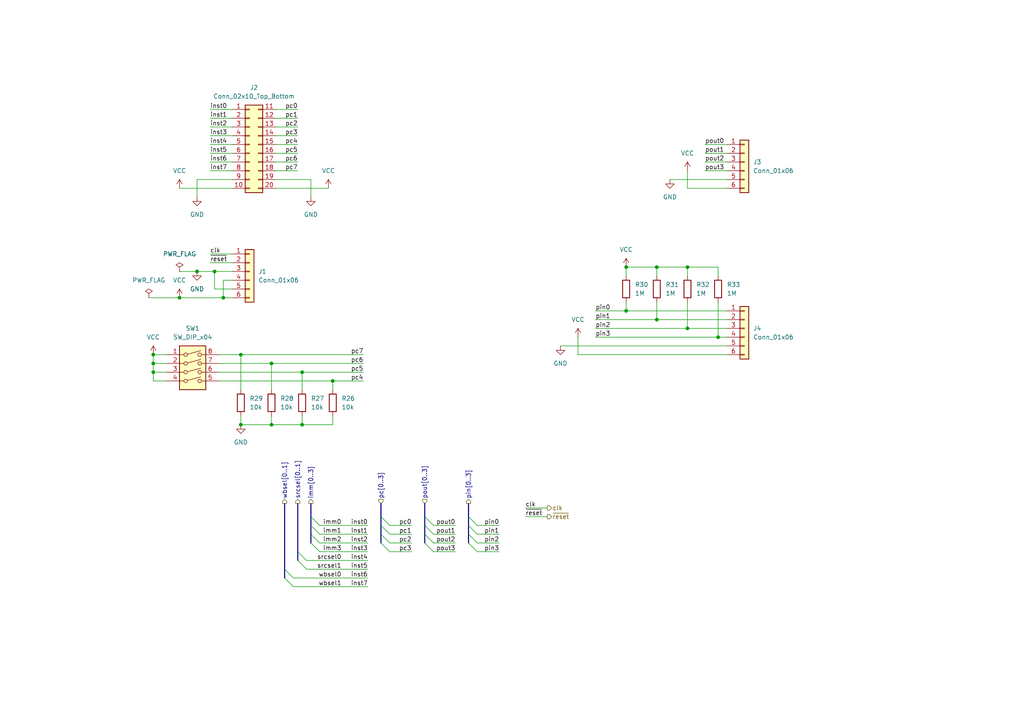
<source format=kicad_sch>
(kicad_sch (version 20211123) (generator eeschema)

  (uuid fcfaf871-4189-4e57-8f50-9411e231429b)

  (paper "A4")

  (lib_symbols
    (symbol "Connector_Generic:Conn_01x06" (pin_names (offset 1.016) hide) (in_bom yes) (on_board yes)
      (property "Reference" "J" (id 0) (at 0 7.62 0)
        (effects (font (size 1.27 1.27)))
      )
      (property "Value" "Conn_01x06" (id 1) (at 0 -10.16 0)
        (effects (font (size 1.27 1.27)))
      )
      (property "Footprint" "" (id 2) (at 0 0 0)
        (effects (font (size 1.27 1.27)) hide)
      )
      (property "Datasheet" "~" (id 3) (at 0 0 0)
        (effects (font (size 1.27 1.27)) hide)
      )
      (property "ki_keywords" "connector" (id 4) (at 0 0 0)
        (effects (font (size 1.27 1.27)) hide)
      )
      (property "ki_description" "Generic connector, single row, 01x06, script generated (kicad-library-utils/schlib/autogen/connector/)" (id 5) (at 0 0 0)
        (effects (font (size 1.27 1.27)) hide)
      )
      (property "ki_fp_filters" "Connector*:*_1x??_*" (id 6) (at 0 0 0)
        (effects (font (size 1.27 1.27)) hide)
      )
      (symbol "Conn_01x06_1_1"
        (rectangle (start -1.27 -7.493) (end 0 -7.747)
          (stroke (width 0.1524) (type default) (color 0 0 0 0))
          (fill (type none))
        )
        (rectangle (start -1.27 -4.953) (end 0 -5.207)
          (stroke (width 0.1524) (type default) (color 0 0 0 0))
          (fill (type none))
        )
        (rectangle (start -1.27 -2.413) (end 0 -2.667)
          (stroke (width 0.1524) (type default) (color 0 0 0 0))
          (fill (type none))
        )
        (rectangle (start -1.27 0.127) (end 0 -0.127)
          (stroke (width 0.1524) (type default) (color 0 0 0 0))
          (fill (type none))
        )
        (rectangle (start -1.27 2.667) (end 0 2.413)
          (stroke (width 0.1524) (type default) (color 0 0 0 0))
          (fill (type none))
        )
        (rectangle (start -1.27 5.207) (end 0 4.953)
          (stroke (width 0.1524) (type default) (color 0 0 0 0))
          (fill (type none))
        )
        (rectangle (start -1.27 6.35) (end 1.27 -8.89)
          (stroke (width 0.254) (type default) (color 0 0 0 0))
          (fill (type background))
        )
        (pin passive line (at -5.08 5.08 0) (length 3.81)
          (name "Pin_1" (effects (font (size 1.27 1.27))))
          (number "1" (effects (font (size 1.27 1.27))))
        )
        (pin passive line (at -5.08 2.54 0) (length 3.81)
          (name "Pin_2" (effects (font (size 1.27 1.27))))
          (number "2" (effects (font (size 1.27 1.27))))
        )
        (pin passive line (at -5.08 0 0) (length 3.81)
          (name "Pin_3" (effects (font (size 1.27 1.27))))
          (number "3" (effects (font (size 1.27 1.27))))
        )
        (pin passive line (at -5.08 -2.54 0) (length 3.81)
          (name "Pin_4" (effects (font (size 1.27 1.27))))
          (number "4" (effects (font (size 1.27 1.27))))
        )
        (pin passive line (at -5.08 -5.08 0) (length 3.81)
          (name "Pin_5" (effects (font (size 1.27 1.27))))
          (number "5" (effects (font (size 1.27 1.27))))
        )
        (pin passive line (at -5.08 -7.62 0) (length 3.81)
          (name "Pin_6" (effects (font (size 1.27 1.27))))
          (number "6" (effects (font (size 1.27 1.27))))
        )
      )
    )
    (symbol "Connector_Generic:Conn_02x10_Top_Bottom" (pin_names (offset 1.016) hide) (in_bom yes) (on_board yes)
      (property "Reference" "J" (id 0) (at 1.27 12.7 0)
        (effects (font (size 1.27 1.27)))
      )
      (property "Value" "Conn_02x10_Top_Bottom" (id 1) (at 1.27 -15.24 0)
        (effects (font (size 1.27 1.27)))
      )
      (property "Footprint" "" (id 2) (at 0 0 0)
        (effects (font (size 1.27 1.27)) hide)
      )
      (property "Datasheet" "~" (id 3) (at 0 0 0)
        (effects (font (size 1.27 1.27)) hide)
      )
      (property "ki_keywords" "connector" (id 4) (at 0 0 0)
        (effects (font (size 1.27 1.27)) hide)
      )
      (property "ki_description" "Generic connector, double row, 02x10, top/bottom pin numbering scheme (row 1: 1...pins_per_row, row2: pins_per_row+1 ... num_pins), script generated (kicad-library-utils/schlib/autogen/connector/)" (id 5) (at 0 0 0)
        (effects (font (size 1.27 1.27)) hide)
      )
      (property "ki_fp_filters" "Connector*:*_2x??_*" (id 6) (at 0 0 0)
        (effects (font (size 1.27 1.27)) hide)
      )
      (symbol "Conn_02x10_Top_Bottom_1_1"
        (rectangle (start -1.27 -12.573) (end 0 -12.827)
          (stroke (width 0.1524) (type default) (color 0 0 0 0))
          (fill (type none))
        )
        (rectangle (start -1.27 -10.033) (end 0 -10.287)
          (stroke (width 0.1524) (type default) (color 0 0 0 0))
          (fill (type none))
        )
        (rectangle (start -1.27 -7.493) (end 0 -7.747)
          (stroke (width 0.1524) (type default) (color 0 0 0 0))
          (fill (type none))
        )
        (rectangle (start -1.27 -4.953) (end 0 -5.207)
          (stroke (width 0.1524) (type default) (color 0 0 0 0))
          (fill (type none))
        )
        (rectangle (start -1.27 -2.413) (end 0 -2.667)
          (stroke (width 0.1524) (type default) (color 0 0 0 0))
          (fill (type none))
        )
        (rectangle (start -1.27 0.127) (end 0 -0.127)
          (stroke (width 0.1524) (type default) (color 0 0 0 0))
          (fill (type none))
        )
        (rectangle (start -1.27 2.667) (end 0 2.413)
          (stroke (width 0.1524) (type default) (color 0 0 0 0))
          (fill (type none))
        )
        (rectangle (start -1.27 5.207) (end 0 4.953)
          (stroke (width 0.1524) (type default) (color 0 0 0 0))
          (fill (type none))
        )
        (rectangle (start -1.27 7.747) (end 0 7.493)
          (stroke (width 0.1524) (type default) (color 0 0 0 0))
          (fill (type none))
        )
        (rectangle (start -1.27 10.287) (end 0 10.033)
          (stroke (width 0.1524) (type default) (color 0 0 0 0))
          (fill (type none))
        )
        (rectangle (start -1.27 11.43) (end 3.81 -13.97)
          (stroke (width 0.254) (type default) (color 0 0 0 0))
          (fill (type background))
        )
        (rectangle (start 3.81 -12.573) (end 2.54 -12.827)
          (stroke (width 0.1524) (type default) (color 0 0 0 0))
          (fill (type none))
        )
        (rectangle (start 3.81 -10.033) (end 2.54 -10.287)
          (stroke (width 0.1524) (type default) (color 0 0 0 0))
          (fill (type none))
        )
        (rectangle (start 3.81 -7.493) (end 2.54 -7.747)
          (stroke (width 0.1524) (type default) (color 0 0 0 0))
          (fill (type none))
        )
        (rectangle (start 3.81 -4.953) (end 2.54 -5.207)
          (stroke (width 0.1524) (type default) (color 0 0 0 0))
          (fill (type none))
        )
        (rectangle (start 3.81 -2.413) (end 2.54 -2.667)
          (stroke (width 0.1524) (type default) (color 0 0 0 0))
          (fill (type none))
        )
        (rectangle (start 3.81 0.127) (end 2.54 -0.127)
          (stroke (width 0.1524) (type default) (color 0 0 0 0))
          (fill (type none))
        )
        (rectangle (start 3.81 2.667) (end 2.54 2.413)
          (stroke (width 0.1524) (type default) (color 0 0 0 0))
          (fill (type none))
        )
        (rectangle (start 3.81 5.207) (end 2.54 4.953)
          (stroke (width 0.1524) (type default) (color 0 0 0 0))
          (fill (type none))
        )
        (rectangle (start 3.81 7.747) (end 2.54 7.493)
          (stroke (width 0.1524) (type default) (color 0 0 0 0))
          (fill (type none))
        )
        (rectangle (start 3.81 10.287) (end 2.54 10.033)
          (stroke (width 0.1524) (type default) (color 0 0 0 0))
          (fill (type none))
        )
        (pin passive line (at -5.08 10.16 0) (length 3.81)
          (name "Pin_1" (effects (font (size 1.27 1.27))))
          (number "1" (effects (font (size 1.27 1.27))))
        )
        (pin passive line (at -5.08 -12.7 0) (length 3.81)
          (name "Pin_10" (effects (font (size 1.27 1.27))))
          (number "10" (effects (font (size 1.27 1.27))))
        )
        (pin passive line (at 7.62 10.16 180) (length 3.81)
          (name "Pin_11" (effects (font (size 1.27 1.27))))
          (number "11" (effects (font (size 1.27 1.27))))
        )
        (pin passive line (at 7.62 7.62 180) (length 3.81)
          (name "Pin_12" (effects (font (size 1.27 1.27))))
          (number "12" (effects (font (size 1.27 1.27))))
        )
        (pin passive line (at 7.62 5.08 180) (length 3.81)
          (name "Pin_13" (effects (font (size 1.27 1.27))))
          (number "13" (effects (font (size 1.27 1.27))))
        )
        (pin passive line (at 7.62 2.54 180) (length 3.81)
          (name "Pin_14" (effects (font (size 1.27 1.27))))
          (number "14" (effects (font (size 1.27 1.27))))
        )
        (pin passive line (at 7.62 0 180) (length 3.81)
          (name "Pin_15" (effects (font (size 1.27 1.27))))
          (number "15" (effects (font (size 1.27 1.27))))
        )
        (pin passive line (at 7.62 -2.54 180) (length 3.81)
          (name "Pin_16" (effects (font (size 1.27 1.27))))
          (number "16" (effects (font (size 1.27 1.27))))
        )
        (pin passive line (at 7.62 -5.08 180) (length 3.81)
          (name "Pin_17" (effects (font (size 1.27 1.27))))
          (number "17" (effects (font (size 1.27 1.27))))
        )
        (pin passive line (at 7.62 -7.62 180) (length 3.81)
          (name "Pin_18" (effects (font (size 1.27 1.27))))
          (number "18" (effects (font (size 1.27 1.27))))
        )
        (pin passive line (at 7.62 -10.16 180) (length 3.81)
          (name "Pin_19" (effects (font (size 1.27 1.27))))
          (number "19" (effects (font (size 1.27 1.27))))
        )
        (pin passive line (at -5.08 7.62 0) (length 3.81)
          (name "Pin_2" (effects (font (size 1.27 1.27))))
          (number "2" (effects (font (size 1.27 1.27))))
        )
        (pin passive line (at 7.62 -12.7 180) (length 3.81)
          (name "Pin_20" (effects (font (size 1.27 1.27))))
          (number "20" (effects (font (size 1.27 1.27))))
        )
        (pin passive line (at -5.08 5.08 0) (length 3.81)
          (name "Pin_3" (effects (font (size 1.27 1.27))))
          (number "3" (effects (font (size 1.27 1.27))))
        )
        (pin passive line (at -5.08 2.54 0) (length 3.81)
          (name "Pin_4" (effects (font (size 1.27 1.27))))
          (number "4" (effects (font (size 1.27 1.27))))
        )
        (pin passive line (at -5.08 0 0) (length 3.81)
          (name "Pin_5" (effects (font (size 1.27 1.27))))
          (number "5" (effects (font (size 1.27 1.27))))
        )
        (pin passive line (at -5.08 -2.54 0) (length 3.81)
          (name "Pin_6" (effects (font (size 1.27 1.27))))
          (number "6" (effects (font (size 1.27 1.27))))
        )
        (pin passive line (at -5.08 -5.08 0) (length 3.81)
          (name "Pin_7" (effects (font (size 1.27 1.27))))
          (number "7" (effects (font (size 1.27 1.27))))
        )
        (pin passive line (at -5.08 -7.62 0) (length 3.81)
          (name "Pin_8" (effects (font (size 1.27 1.27))))
          (number "8" (effects (font (size 1.27 1.27))))
        )
        (pin passive line (at -5.08 -10.16 0) (length 3.81)
          (name "Pin_9" (effects (font (size 1.27 1.27))))
          (number "9" (effects (font (size 1.27 1.27))))
        )
      )
    )
    (symbol "Device:R" (pin_numbers hide) (pin_names (offset 0)) (in_bom yes) (on_board yes)
      (property "Reference" "R" (id 0) (at 2.032 0 90)
        (effects (font (size 1.27 1.27)))
      )
      (property "Value" "R" (id 1) (at 0 0 90)
        (effects (font (size 1.27 1.27)))
      )
      (property "Footprint" "" (id 2) (at -1.778 0 90)
        (effects (font (size 1.27 1.27)) hide)
      )
      (property "Datasheet" "~" (id 3) (at 0 0 0)
        (effects (font (size 1.27 1.27)) hide)
      )
      (property "ki_keywords" "R res resistor" (id 4) (at 0 0 0)
        (effects (font (size 1.27 1.27)) hide)
      )
      (property "ki_description" "Resistor" (id 5) (at 0 0 0)
        (effects (font (size 1.27 1.27)) hide)
      )
      (property "ki_fp_filters" "R_*" (id 6) (at 0 0 0)
        (effects (font (size 1.27 1.27)) hide)
      )
      (symbol "R_0_1"
        (rectangle (start -1.016 -2.54) (end 1.016 2.54)
          (stroke (width 0.254) (type default) (color 0 0 0 0))
          (fill (type none))
        )
      )
      (symbol "R_1_1"
        (pin passive line (at 0 3.81 270) (length 1.27)
          (name "~" (effects (font (size 1.27 1.27))))
          (number "1" (effects (font (size 1.27 1.27))))
        )
        (pin passive line (at 0 -3.81 90) (length 1.27)
          (name "~" (effects (font (size 1.27 1.27))))
          (number "2" (effects (font (size 1.27 1.27))))
        )
      )
    )
    (symbol "Switch:SW_DIP_x04" (pin_names (offset 0) hide) (in_bom yes) (on_board yes)
      (property "Reference" "SW" (id 0) (at 0 8.89 0)
        (effects (font (size 1.27 1.27)))
      )
      (property "Value" "SW_DIP_x04" (id 1) (at 0 -6.35 0)
        (effects (font (size 1.27 1.27)))
      )
      (property "Footprint" "" (id 2) (at 0 0 0)
        (effects (font (size 1.27 1.27)) hide)
      )
      (property "Datasheet" "~" (id 3) (at 0 0 0)
        (effects (font (size 1.27 1.27)) hide)
      )
      (property "ki_keywords" "dip switch" (id 4) (at 0 0 0)
        (effects (font (size 1.27 1.27)) hide)
      )
      (property "ki_description" "4x DIP Switch, Single Pole Single Throw (SPST) switch, small symbol" (id 5) (at 0 0 0)
        (effects (font (size 1.27 1.27)) hide)
      )
      (property "ki_fp_filters" "SW?DIP?x4*" (id 6) (at 0 0 0)
        (effects (font (size 1.27 1.27)) hide)
      )
      (symbol "SW_DIP_x04_0_0"
        (circle (center -2.032 -2.54) (radius 0.508)
          (stroke (width 0) (type default) (color 0 0 0 0))
          (fill (type none))
        )
        (circle (center -2.032 0) (radius 0.508)
          (stroke (width 0) (type default) (color 0 0 0 0))
          (fill (type none))
        )
        (circle (center -2.032 2.54) (radius 0.508)
          (stroke (width 0) (type default) (color 0 0 0 0))
          (fill (type none))
        )
        (circle (center -2.032 5.08) (radius 0.508)
          (stroke (width 0) (type default) (color 0 0 0 0))
          (fill (type none))
        )
        (polyline
          (pts
            (xy -1.524 -2.3876)
            (xy 2.3622 -1.3462)
          )
          (stroke (width 0) (type default) (color 0 0 0 0))
          (fill (type none))
        )
        (polyline
          (pts
            (xy -1.524 0.127)
            (xy 2.3622 1.1684)
          )
          (stroke (width 0) (type default) (color 0 0 0 0))
          (fill (type none))
        )
        (polyline
          (pts
            (xy -1.524 2.667)
            (xy 2.3622 3.7084)
          )
          (stroke (width 0) (type default) (color 0 0 0 0))
          (fill (type none))
        )
        (polyline
          (pts
            (xy -1.524 5.207)
            (xy 2.3622 6.2484)
          )
          (stroke (width 0) (type default) (color 0 0 0 0))
          (fill (type none))
        )
        (circle (center 2.032 -2.54) (radius 0.508)
          (stroke (width 0) (type default) (color 0 0 0 0))
          (fill (type none))
        )
        (circle (center 2.032 0) (radius 0.508)
          (stroke (width 0) (type default) (color 0 0 0 0))
          (fill (type none))
        )
        (circle (center 2.032 2.54) (radius 0.508)
          (stroke (width 0) (type default) (color 0 0 0 0))
          (fill (type none))
        )
        (circle (center 2.032 5.08) (radius 0.508)
          (stroke (width 0) (type default) (color 0 0 0 0))
          (fill (type none))
        )
      )
      (symbol "SW_DIP_x04_0_1"
        (rectangle (start -3.81 7.62) (end 3.81 -5.08)
          (stroke (width 0.254) (type default) (color 0 0 0 0))
          (fill (type background))
        )
      )
      (symbol "SW_DIP_x04_1_1"
        (pin passive line (at -7.62 5.08 0) (length 5.08)
          (name "~" (effects (font (size 1.27 1.27))))
          (number "1" (effects (font (size 1.27 1.27))))
        )
        (pin passive line (at -7.62 2.54 0) (length 5.08)
          (name "~" (effects (font (size 1.27 1.27))))
          (number "2" (effects (font (size 1.27 1.27))))
        )
        (pin passive line (at -7.62 0 0) (length 5.08)
          (name "~" (effects (font (size 1.27 1.27))))
          (number "3" (effects (font (size 1.27 1.27))))
        )
        (pin passive line (at -7.62 -2.54 0) (length 5.08)
          (name "~" (effects (font (size 1.27 1.27))))
          (number "4" (effects (font (size 1.27 1.27))))
        )
        (pin passive line (at 7.62 -2.54 180) (length 5.08)
          (name "~" (effects (font (size 1.27 1.27))))
          (number "5" (effects (font (size 1.27 1.27))))
        )
        (pin passive line (at 7.62 0 180) (length 5.08)
          (name "~" (effects (font (size 1.27 1.27))))
          (number "6" (effects (font (size 1.27 1.27))))
        )
        (pin passive line (at 7.62 2.54 180) (length 5.08)
          (name "~" (effects (font (size 1.27 1.27))))
          (number "7" (effects (font (size 1.27 1.27))))
        )
        (pin passive line (at 7.62 5.08 180) (length 5.08)
          (name "~" (effects (font (size 1.27 1.27))))
          (number "8" (effects (font (size 1.27 1.27))))
        )
      )
    )
    (symbol "power:GND" (power) (pin_names (offset 0)) (in_bom yes) (on_board yes)
      (property "Reference" "#PWR" (id 0) (at 0 -6.35 0)
        (effects (font (size 1.27 1.27)) hide)
      )
      (property "Value" "GND" (id 1) (at 0 -3.81 0)
        (effects (font (size 1.27 1.27)))
      )
      (property "Footprint" "" (id 2) (at 0 0 0)
        (effects (font (size 1.27 1.27)) hide)
      )
      (property "Datasheet" "" (id 3) (at 0 0 0)
        (effects (font (size 1.27 1.27)) hide)
      )
      (property "ki_keywords" "power-flag" (id 4) (at 0 0 0)
        (effects (font (size 1.27 1.27)) hide)
      )
      (property "ki_description" "Power symbol creates a global label with name \"GND\" , ground" (id 5) (at 0 0 0)
        (effects (font (size 1.27 1.27)) hide)
      )
      (symbol "GND_0_1"
        (polyline
          (pts
            (xy 0 0)
            (xy 0 -1.27)
            (xy 1.27 -1.27)
            (xy 0 -2.54)
            (xy -1.27 -1.27)
            (xy 0 -1.27)
          )
          (stroke (width 0) (type default) (color 0 0 0 0))
          (fill (type none))
        )
      )
      (symbol "GND_1_1"
        (pin power_in line (at 0 0 270) (length 0) hide
          (name "GND" (effects (font (size 1.27 1.27))))
          (number "1" (effects (font (size 1.27 1.27))))
        )
      )
    )
    (symbol "power:PWR_FLAG" (power) (pin_numbers hide) (pin_names (offset 0) hide) (in_bom yes) (on_board yes)
      (property "Reference" "#FLG" (id 0) (at 0 1.905 0)
        (effects (font (size 1.27 1.27)) hide)
      )
      (property "Value" "PWR_FLAG" (id 1) (at 0 3.81 0)
        (effects (font (size 1.27 1.27)))
      )
      (property "Footprint" "" (id 2) (at 0 0 0)
        (effects (font (size 1.27 1.27)) hide)
      )
      (property "Datasheet" "~" (id 3) (at 0 0 0)
        (effects (font (size 1.27 1.27)) hide)
      )
      (property "ki_keywords" "power-flag" (id 4) (at 0 0 0)
        (effects (font (size 1.27 1.27)) hide)
      )
      (property "ki_description" "Special symbol for telling ERC where power comes from" (id 5) (at 0 0 0)
        (effects (font (size 1.27 1.27)) hide)
      )
      (symbol "PWR_FLAG_0_0"
        (pin power_out line (at 0 0 90) (length 0)
          (name "pwr" (effects (font (size 1.27 1.27))))
          (number "1" (effects (font (size 1.27 1.27))))
        )
      )
      (symbol "PWR_FLAG_0_1"
        (polyline
          (pts
            (xy 0 0)
            (xy 0 1.27)
            (xy -1.016 1.905)
            (xy 0 2.54)
            (xy 1.016 1.905)
            (xy 0 1.27)
          )
          (stroke (width 0) (type default) (color 0 0 0 0))
          (fill (type none))
        )
      )
    )
    (symbol "power:VCC" (power) (pin_names (offset 0)) (in_bom yes) (on_board yes)
      (property "Reference" "#PWR" (id 0) (at 0 -3.81 0)
        (effects (font (size 1.27 1.27)) hide)
      )
      (property "Value" "VCC" (id 1) (at 0 3.81 0)
        (effects (font (size 1.27 1.27)))
      )
      (property "Footprint" "" (id 2) (at 0 0 0)
        (effects (font (size 1.27 1.27)) hide)
      )
      (property "Datasheet" "" (id 3) (at 0 0 0)
        (effects (font (size 1.27 1.27)) hide)
      )
      (property "ki_keywords" "power-flag" (id 4) (at 0 0 0)
        (effects (font (size 1.27 1.27)) hide)
      )
      (property "ki_description" "Power symbol creates a global label with name \"VCC\"" (id 5) (at 0 0 0)
        (effects (font (size 1.27 1.27)) hide)
      )
      (symbol "VCC_0_1"
        (polyline
          (pts
            (xy -0.762 1.27)
            (xy 0 2.54)
          )
          (stroke (width 0) (type default) (color 0 0 0 0))
          (fill (type none))
        )
        (polyline
          (pts
            (xy 0 0)
            (xy 0 2.54)
          )
          (stroke (width 0) (type default) (color 0 0 0 0))
          (fill (type none))
        )
        (polyline
          (pts
            (xy 0 2.54)
            (xy 0.762 1.27)
          )
          (stroke (width 0) (type default) (color 0 0 0 0))
          (fill (type none))
        )
      )
      (symbol "VCC_1_1"
        (pin power_in line (at 0 0 90) (length 0) hide
          (name "VCC" (effects (font (size 1.27 1.27))))
          (number "1" (effects (font (size 1.27 1.27))))
        )
      )
    )
  )

  (junction (at 62.23 78.74) (diameter 0) (color 0 0 0 0)
    (uuid 033022b3-11f9-419e-a78e-1c7d6e6cd45c)
  )
  (junction (at 57.15 78.74) (diameter 0) (color 0 0 0 0)
    (uuid 16ead93d-be53-43b7-9993-da59fdfe87a9)
  )
  (junction (at 87.63 107.95) (diameter 0) (color 0 0 0 0)
    (uuid 3df31b17-a5db-4611-b547-d3c0cf3f8be1)
  )
  (junction (at 190.5 92.71) (diameter 0) (color 0 0 0 0)
    (uuid 44c7ca31-762e-4614-a582-b905682ce21e)
  )
  (junction (at 181.61 77.47) (diameter 0) (color 0 0 0 0)
    (uuid 450646d0-7c26-4bbe-9ddf-75757216004a)
  )
  (junction (at 44.45 107.95) (diameter 0) (color 0 0 0 0)
    (uuid 491a45df-ef49-4a92-8c00-c9db39b08342)
  )
  (junction (at 190.5 77.47) (diameter 0) (color 0 0 0 0)
    (uuid 49de8b8f-fd06-4bfe-9a41-3466f076c1e9)
  )
  (junction (at 199.39 95.25) (diameter 0) (color 0 0 0 0)
    (uuid 4ac15387-ff50-4006-aa82-d0bd4b5254b7)
  )
  (junction (at 181.61 90.17) (diameter 0) (color 0 0 0 0)
    (uuid 52ec96d3-6880-4b90-bfd0-238ec1524554)
  )
  (junction (at 78.74 123.19) (diameter 0) (color 0 0 0 0)
    (uuid 8498fe73-7e77-4596-bb35-375146f413be)
  )
  (junction (at 69.85 123.19) (diameter 0) (color 0 0 0 0)
    (uuid 9495855d-aace-450f-9b9a-72243c5089d8)
  )
  (junction (at 87.63 123.19) (diameter 0) (color 0 0 0 0)
    (uuid 95c0edf4-0ad9-43ce-bcd4-6700ae48f23f)
  )
  (junction (at 78.74 105.41) (diameter 0) (color 0 0 0 0)
    (uuid 98f6e528-988c-41c5-b1ee-e8c9c056aba1)
  )
  (junction (at 208.28 97.79) (diameter 0) (color 0 0 0 0)
    (uuid b539c979-47b4-43d4-8ca0-f3bd6ecbf0b8)
  )
  (junction (at 69.85 102.87) (diameter 0) (color 0 0 0 0)
    (uuid ba424334-b720-41ee-a088-53da8b523c34)
  )
  (junction (at 96.52 110.49) (diameter 0) (color 0 0 0 0)
    (uuid c52ea66f-c953-494f-a97f-84a3f052760b)
  )
  (junction (at 52.07 86.36) (diameter 0) (color 0 0 0 0)
    (uuid d0da03a8-e8ae-4d2b-9293-966a3f5089e3)
  )
  (junction (at 44.45 105.41) (diameter 0) (color 0 0 0 0)
    (uuid d32b0e17-6f71-415a-839d-71273f79b7a9)
  )
  (junction (at 44.45 102.87) (diameter 0) (color 0 0 0 0)
    (uuid d64a641e-e1d0-4df5-bec8-53a1149729d2)
  )
  (junction (at 64.77 86.36) (diameter 0) (color 0 0 0 0)
    (uuid dbf9d52f-7c18-496f-9222-1cd5f4d22ee1)
  )
  (junction (at 199.39 77.47) (diameter 0) (color 0 0 0 0)
    (uuid fca3fff6-e63d-4c8c-8f84-85dfd801a34a)
  )

  (bus_entry (at 135.89 149.86) (size 2.54 2.54)
    (stroke (width 0) (type default) (color 0 0 0 0))
    (uuid 0521db9e-39b5-4c3a-bbdb-a6cb9e103bdf)
  )
  (bus_entry (at 135.89 154.94) (size 2.54 2.54)
    (stroke (width 0) (type default) (color 0 0 0 0))
    (uuid 25d34dfc-44a7-4905-a4d7-b1b41980a3a9)
  )
  (bus_entry (at 110.49 149.86) (size 2.54 2.54)
    (stroke (width 0) (type default) (color 0 0 0 0))
    (uuid 3d008267-9cab-44f4-a753-fbf9a0ae4859)
  )
  (bus_entry (at 110.49 154.94) (size 2.54 2.54)
    (stroke (width 0) (type default) (color 0 0 0 0))
    (uuid 3d008267-9cab-44f4-a753-fbf9a0ae485a)
  )
  (bus_entry (at 110.49 157.48) (size 2.54 2.54)
    (stroke (width 0) (type default) (color 0 0 0 0))
    (uuid 3d008267-9cab-44f4-a753-fbf9a0ae485b)
  )
  (bus_entry (at 110.49 152.4) (size 2.54 2.54)
    (stroke (width 0) (type default) (color 0 0 0 0))
    (uuid 3d008267-9cab-44f4-a753-fbf9a0ae485c)
  )
  (bus_entry (at 123.19 154.94) (size 2.54 2.54)
    (stroke (width 0) (type default) (color 0 0 0 0))
    (uuid 4c948238-7f53-4f84-8729-b3394d6448c9)
  )
  (bus_entry (at 123.19 149.86) (size 2.54 2.54)
    (stroke (width 0) (type default) (color 0 0 0 0))
    (uuid 7c5464cb-6719-4cb9-b30e-b42563346adf)
  )
  (bus_entry (at 123.19 152.4) (size 2.54 2.54)
    (stroke (width 0) (type default) (color 0 0 0 0))
    (uuid 9c679aaa-fa84-494b-8dda-9d54a9c5eb30)
  )
  (bus_entry (at 90.17 157.48) (size 2.54 2.54)
    (stroke (width 0) (type default) (color 0 0 0 0))
    (uuid b2d4ef71-2f43-424f-8c7d-f28920ca4d6d)
  )
  (bus_entry (at 82.55 167.64) (size 2.54 2.54)
    (stroke (width 0) (type default) (color 0 0 0 0))
    (uuid b2d4ef71-2f43-424f-8c7d-f28920ca4d6e)
  )
  (bus_entry (at 86.36 162.56) (size 2.54 2.54)
    (stroke (width 0) (type default) (color 0 0 0 0))
    (uuid b2d4ef71-2f43-424f-8c7d-f28920ca4d6f)
  )
  (bus_entry (at 82.55 165.1) (size 2.54 2.54)
    (stroke (width 0) (type default) (color 0 0 0 0))
    (uuid b2d4ef71-2f43-424f-8c7d-f28920ca4d70)
  )
  (bus_entry (at 90.17 149.86) (size 2.54 2.54)
    (stroke (width 0) (type default) (color 0 0 0 0))
    (uuid b2d4ef71-2f43-424f-8c7d-f28920ca4d71)
  )
  (bus_entry (at 90.17 154.94) (size 2.54 2.54)
    (stroke (width 0) (type default) (color 0 0 0 0))
    (uuid b2d4ef71-2f43-424f-8c7d-f28920ca4d72)
  )
  (bus_entry (at 90.17 152.4) (size 2.54 2.54)
    (stroke (width 0) (type default) (color 0 0 0 0))
    (uuid b2d4ef71-2f43-424f-8c7d-f28920ca4d73)
  )
  (bus_entry (at 86.36 160.02) (size 2.54 2.54)
    (stroke (width 0) (type default) (color 0 0 0 0))
    (uuid b2d4ef71-2f43-424f-8c7d-f28920ca4d74)
  )
  (bus_entry (at 135.89 157.48) (size 2.54 2.54)
    (stroke (width 0) (type default) (color 0 0 0 0))
    (uuid b3d5b1c4-501a-4c1a-8857-dfe9ebaa00a0)
  )
  (bus_entry (at 123.19 157.48) (size 2.54 2.54)
    (stroke (width 0) (type default) (color 0 0 0 0))
    (uuid de0b427f-7f0a-40df-b973-d0757c6a3c52)
  )
  (bus_entry (at 135.89 152.4) (size 2.54 2.54)
    (stroke (width 0) (type default) (color 0 0 0 0))
    (uuid fda07e9c-045c-476c-b0ad-aecbe10d063e)
  )

  (wire (pts (xy 86.36 39.37) (xy 80.01 39.37))
    (stroke (width 0) (type default) (color 0 0 0 0))
    (uuid 033d1a03-0224-4be7-bf03-d823040c5124)
  )
  (wire (pts (xy 62.23 83.82) (xy 67.31 83.82))
    (stroke (width 0) (type default) (color 0 0 0 0))
    (uuid 07756cb7-21df-421d-ad3f-fe92ab64ed3b)
  )
  (wire (pts (xy 88.9 162.56) (xy 106.68 162.56))
    (stroke (width 0) (type default) (color 0 0 0 0))
    (uuid 08810fd8-ef38-4829-8ba4-3554bd4f311d)
  )
  (wire (pts (xy 64.77 81.28) (xy 64.77 86.36))
    (stroke (width 0) (type default) (color 0 0 0 0))
    (uuid 09f1068c-65c4-4548-86dc-26e5a88a3923)
  )
  (wire (pts (xy 172.72 90.17) (xy 181.61 90.17))
    (stroke (width 0) (type default) (color 0 0 0 0))
    (uuid 0dfead06-0426-454f-bb1d-2c265e7f5cd4)
  )
  (wire (pts (xy 88.9 165.1) (xy 106.68 165.1))
    (stroke (width 0) (type default) (color 0 0 0 0))
    (uuid 0ead8153-71cf-4ff5-ae16-4f1aaed2ef66)
  )
  (wire (pts (xy 138.43 157.48) (xy 144.78 157.48))
    (stroke (width 0) (type default) (color 0 0 0 0))
    (uuid 1210291a-2685-424c-98cf-6b13bd308064)
  )
  (wire (pts (xy 199.39 87.63) (xy 199.39 95.25))
    (stroke (width 0) (type default) (color 0 0 0 0))
    (uuid 156b8b99-6c73-4aa3-84e0-e13e6c14634c)
  )
  (wire (pts (xy 152.4 147.32) (xy 158.75 147.32))
    (stroke (width 0) (type default) (color 0 0 0 0))
    (uuid 15a87df3-8273-400c-972c-24f1256bc1d1)
  )
  (wire (pts (xy 57.15 78.74) (xy 62.23 78.74))
    (stroke (width 0) (type default) (color 0 0 0 0))
    (uuid 15ce1418-55b0-4ffc-8756-eed419e71700)
  )
  (bus (pts (xy 90.17 152.4) (xy 90.17 154.94))
    (stroke (width 0) (type default) (color 0 0 0 0))
    (uuid 161a14b1-367a-46fc-a368-1893e2f2fda3)
  )

  (wire (pts (xy 204.47 41.91) (xy 210.82 41.91))
    (stroke (width 0) (type default) (color 0 0 0 0))
    (uuid 2316473e-23ff-43a4-99a1-ad7f993a57c8)
  )
  (wire (pts (xy 63.5 102.87) (xy 69.85 102.87))
    (stroke (width 0) (type default) (color 0 0 0 0))
    (uuid 24ea721c-3972-4d3d-ab4a-99532d41c108)
  )
  (wire (pts (xy 194.31 52.07) (xy 210.82 52.07))
    (stroke (width 0) (type default) (color 0 0 0 0))
    (uuid 254490b5-8858-4a68-8223-7762bfd86f51)
  )
  (wire (pts (xy 62.23 78.74) (xy 67.31 78.74))
    (stroke (width 0) (type default) (color 0 0 0 0))
    (uuid 262e5a50-f3b9-4460-b23f-a4ed98d34790)
  )
  (wire (pts (xy 67.31 34.29) (xy 60.96 34.29))
    (stroke (width 0) (type default) (color 0 0 0 0))
    (uuid 29aa7255-4535-4402-9651-8cd792feb408)
  )
  (wire (pts (xy 78.74 105.41) (xy 78.74 113.03))
    (stroke (width 0) (type default) (color 0 0 0 0))
    (uuid 2baa7803-16bd-4e86-a403-ee6c802ee466)
  )
  (wire (pts (xy 113.03 154.94) (xy 119.38 154.94))
    (stroke (width 0) (type default) (color 0 0 0 0))
    (uuid 2c7ccbe4-5586-4369-b882-ed8e5badb655)
  )
  (wire (pts (xy 90.17 52.07) (xy 80.01 52.07))
    (stroke (width 0) (type default) (color 0 0 0 0))
    (uuid 2d665c4d-1437-426f-b9cd-c53451fe5b1a)
  )
  (wire (pts (xy 86.36 49.53) (xy 80.01 49.53))
    (stroke (width 0) (type default) (color 0 0 0 0))
    (uuid 2e68d109-cc4d-465c-aef0-0344d11ba114)
  )
  (wire (pts (xy 52.07 86.36) (xy 64.77 86.36))
    (stroke (width 0) (type default) (color 0 0 0 0))
    (uuid 2e723b17-b264-49e0-99dc-3ace6ec6c590)
  )
  (wire (pts (xy 63.5 110.49) (xy 96.52 110.49))
    (stroke (width 0) (type default) (color 0 0 0 0))
    (uuid 2f9b24e1-fbae-4802-bb9e-69b80bdf2c74)
  )
  (wire (pts (xy 57.15 52.07) (xy 57.15 57.15))
    (stroke (width 0) (type default) (color 0 0 0 0))
    (uuid 3597f731-eae6-47ca-8690-cde5f7bdb161)
  )
  (wire (pts (xy 86.36 31.75) (xy 80.01 31.75))
    (stroke (width 0) (type default) (color 0 0 0 0))
    (uuid 37a13556-8115-4188-a66b-25cd57806830)
  )
  (wire (pts (xy 85.09 170.18) (xy 106.68 170.18))
    (stroke (width 0) (type default) (color 0 0 0 0))
    (uuid 3a911f33-19a2-4d67-829b-f1a94d5c865e)
  )
  (wire (pts (xy 199.39 54.61) (xy 210.82 54.61))
    (stroke (width 0) (type default) (color 0 0 0 0))
    (uuid 3cb24c87-c935-4956-8aa0-707ecfd3a89c)
  )
  (bus (pts (xy 123.19 149.86) (xy 123.19 152.4))
    (stroke (width 0) (type default) (color 0 0 0 0))
    (uuid 3f3e17ab-b26f-4baa-ae7a-ee245b91cd0d)
  )

  (wire (pts (xy 60.96 73.66) (xy 67.31 73.66))
    (stroke (width 0) (type default) (color 0 0 0 0))
    (uuid 3f5f21f6-8b37-4d90-8f91-3910f2c42fc7)
  )
  (bus (pts (xy 123.19 152.4) (xy 123.19 154.94))
    (stroke (width 0) (type default) (color 0 0 0 0))
    (uuid 424a76c8-d56c-4233-a787-40b5f504a8c0)
  )

  (wire (pts (xy 86.36 44.45) (xy 80.01 44.45))
    (stroke (width 0) (type default) (color 0 0 0 0))
    (uuid 4388a610-6af2-4754-ae87-0d8d8eb1ac3a)
  )
  (bus (pts (xy 110.49 149.86) (xy 110.49 152.4))
    (stroke (width 0) (type default) (color 0 0 0 0))
    (uuid 448bc3dd-1abd-4b1c-a9aa-e1281f322de1)
  )

  (wire (pts (xy 69.85 102.87) (xy 105.41 102.87))
    (stroke (width 0) (type default) (color 0 0 0 0))
    (uuid 4627914b-f740-478b-a406-ac1e70c408d2)
  )
  (wire (pts (xy 86.36 34.29) (xy 80.01 34.29))
    (stroke (width 0) (type default) (color 0 0 0 0))
    (uuid 4a7dab24-7ac3-44a5-99dc-f2d1a519f3e0)
  )
  (wire (pts (xy 67.31 44.45) (xy 60.96 44.45))
    (stroke (width 0) (type default) (color 0 0 0 0))
    (uuid 4ac39e6e-a6ad-43fd-a8a9-7dcc022ec2a8)
  )
  (wire (pts (xy 67.31 39.37) (xy 60.96 39.37))
    (stroke (width 0) (type default) (color 0 0 0 0))
    (uuid 4e3ce3b2-0062-4894-90c9-d123f1516483)
  )
  (wire (pts (xy 69.85 120.65) (xy 69.85 123.19))
    (stroke (width 0) (type default) (color 0 0 0 0))
    (uuid 4f4e7a81-d2c4-4f48-a423-ac199d86efe1)
  )
  (wire (pts (xy 113.03 157.48) (xy 119.38 157.48))
    (stroke (width 0) (type default) (color 0 0 0 0))
    (uuid 4fe5cedd-187a-4045-93a2-48e9c576b1a3)
  )
  (wire (pts (xy 48.26 105.41) (xy 44.45 105.41))
    (stroke (width 0) (type default) (color 0 0 0 0))
    (uuid 53a3187d-baac-4ec3-a69a-5a49d3a90bd3)
  )
  (wire (pts (xy 138.43 154.94) (xy 144.78 154.94))
    (stroke (width 0) (type default) (color 0 0 0 0))
    (uuid 571f1337-9eae-492e-b072-06dd3646557f)
  )
  (wire (pts (xy 62.23 78.74) (xy 62.23 83.82))
    (stroke (width 0) (type default) (color 0 0 0 0))
    (uuid 58c005b6-6e50-4fc2-9acb-ce195450e776)
  )
  (wire (pts (xy 190.5 77.47) (xy 190.5 80.01))
    (stroke (width 0) (type default) (color 0 0 0 0))
    (uuid 59a994fd-c444-4859-b7db-ebcb43901b34)
  )
  (wire (pts (xy 44.45 105.41) (xy 44.45 102.87))
    (stroke (width 0) (type default) (color 0 0 0 0))
    (uuid 5b09c1fe-ad20-499c-9222-bf9e1f87dd54)
  )
  (bus (pts (xy 110.49 152.4) (xy 110.49 154.94))
    (stroke (width 0) (type default) (color 0 0 0 0))
    (uuid 5c16f749-939f-44d4-b597-972e394d581c)
  )

  (wire (pts (xy 60.96 76.2) (xy 67.31 76.2))
    (stroke (width 0) (type default) (color 0 0 0 0))
    (uuid 5e337a7c-5c7e-412e-b445-f14ae21eb616)
  )
  (wire (pts (xy 113.03 160.02) (xy 119.38 160.02))
    (stroke (width 0) (type default) (color 0 0 0 0))
    (uuid 63784022-0a8f-45a5-a215-8e1d6808a4f7)
  )
  (wire (pts (xy 52.07 78.74) (xy 57.15 78.74))
    (stroke (width 0) (type default) (color 0 0 0 0))
    (uuid 662606c8-aaf1-4232-93cf-2451973718d4)
  )
  (wire (pts (xy 86.36 46.99) (xy 80.01 46.99))
    (stroke (width 0) (type default) (color 0 0 0 0))
    (uuid 66f6f596-d133-4b42-be47-c4fe19e2ffad)
  )
  (wire (pts (xy 172.72 97.79) (xy 208.28 97.79))
    (stroke (width 0) (type default) (color 0 0 0 0))
    (uuid 6709ab9a-0dd4-48a6-9172-b6d0c5b11250)
  )
  (bus (pts (xy 135.89 146.05) (xy 135.89 149.86))
    (stroke (width 0) (type default) (color 0 0 0 0))
    (uuid 693ae028-eb1e-48af-9ae4-abae25d6748a)
  )
  (bus (pts (xy 135.89 152.4) (xy 135.89 154.94))
    (stroke (width 0) (type default) (color 0 0 0 0))
    (uuid 6aa115a6-d581-44b8-9ceb-c33540adc8fa)
  )

  (wire (pts (xy 85.09 167.64) (xy 106.68 167.64))
    (stroke (width 0) (type default) (color 0 0 0 0))
    (uuid 6ae9656e-0214-48ce-a45b-bc73ac3466b6)
  )
  (wire (pts (xy 204.47 46.99) (xy 210.82 46.99))
    (stroke (width 0) (type default) (color 0 0 0 0))
    (uuid 6c14688f-291e-4852-b389-3c6d66b7e5d9)
  )
  (bus (pts (xy 110.49 146.05) (xy 110.49 149.86))
    (stroke (width 0) (type default) (color 0 0 0 0))
    (uuid 6e8c6751-ef68-4cd1-8c45-b0116eac3e54)
  )

  (wire (pts (xy 190.5 92.71) (xy 210.82 92.71))
    (stroke (width 0) (type default) (color 0 0 0 0))
    (uuid 70c3fc24-c9e2-4a16-8ed8-eb56d65956f7)
  )
  (wire (pts (xy 67.31 52.07) (xy 57.15 52.07))
    (stroke (width 0) (type default) (color 0 0 0 0))
    (uuid 72c154d2-0438-41fd-8965-7baa4162aa0d)
  )
  (wire (pts (xy 63.5 107.95) (xy 87.63 107.95))
    (stroke (width 0) (type default) (color 0 0 0 0))
    (uuid 73166277-a41e-4e4c-891a-62d1a27e9f73)
  )
  (wire (pts (xy 204.47 49.53) (xy 210.82 49.53))
    (stroke (width 0) (type default) (color 0 0 0 0))
    (uuid 733cd583-6765-460e-9392-1633e8735adf)
  )
  (wire (pts (xy 78.74 105.41) (xy 105.41 105.41))
    (stroke (width 0) (type default) (color 0 0 0 0))
    (uuid 740e849a-2b53-4162-8749-78f2d22fa9cf)
  )
  (bus (pts (xy 90.17 154.94) (xy 90.17 157.48))
    (stroke (width 0) (type default) (color 0 0 0 0))
    (uuid 747c51a2-fd11-468b-a947-4e55e6b45aff)
  )

  (wire (pts (xy 90.17 52.07) (xy 90.17 57.15))
    (stroke (width 0) (type default) (color 0 0 0 0))
    (uuid 74b247e1-12fe-4245-a089-e07f9f950569)
  )
  (wire (pts (xy 67.31 46.99) (xy 60.96 46.99))
    (stroke (width 0) (type default) (color 0 0 0 0))
    (uuid 754bf98a-8769-4626-8a48-f7ea25e97916)
  )
  (wire (pts (xy 204.47 44.45) (xy 210.82 44.45))
    (stroke (width 0) (type default) (color 0 0 0 0))
    (uuid 776acb57-e76b-4ad6-ba59-943101e69970)
  )
  (wire (pts (xy 96.52 110.49) (xy 105.41 110.49))
    (stroke (width 0) (type default) (color 0 0 0 0))
    (uuid 77c3540e-c880-4a73-a953-f861055ee265)
  )
  (wire (pts (xy 80.01 54.61) (xy 95.25 54.61))
    (stroke (width 0) (type default) (color 0 0 0 0))
    (uuid 78516991-6fde-4cb5-a03e-6a16e2b8674c)
  )
  (wire (pts (xy 48.26 102.87) (xy 44.45 102.87))
    (stroke (width 0) (type default) (color 0 0 0 0))
    (uuid 789fe522-3d05-4020-a7a9-7aa1ea34389a)
  )
  (wire (pts (xy 69.85 123.19) (xy 78.74 123.19))
    (stroke (width 0) (type default) (color 0 0 0 0))
    (uuid 7a90305f-895f-4873-8f68-ae15c7c65a05)
  )
  (wire (pts (xy 87.63 123.19) (xy 87.63 120.65))
    (stroke (width 0) (type default) (color 0 0 0 0))
    (uuid 7bf83ac4-8783-4d07-b4f1-86c5d794d478)
  )
  (bus (pts (xy 86.36 160.02) (xy 86.36 162.56))
    (stroke (width 0) (type default) (color 0 0 0 0))
    (uuid 7c19b5a4-dcb3-402b-ba0d-ffb6ef079c79)
  )

  (wire (pts (xy 181.61 90.17) (xy 210.82 90.17))
    (stroke (width 0) (type default) (color 0 0 0 0))
    (uuid 7d35cbc1-d7d2-4aaa-aa9e-7a752c6f71d6)
  )
  (wire (pts (xy 92.71 152.4) (xy 106.68 152.4))
    (stroke (width 0) (type default) (color 0 0 0 0))
    (uuid 7d46bc2b-afda-4c57-b67d-dbb831452127)
  )
  (wire (pts (xy 162.56 100.33) (xy 210.82 100.33))
    (stroke (width 0) (type default) (color 0 0 0 0))
    (uuid 7d80a202-e6ea-417b-a940-2c5c199bd0ae)
  )
  (wire (pts (xy 167.64 97.79) (xy 167.64 102.87))
    (stroke (width 0) (type default) (color 0 0 0 0))
    (uuid 7eab8cbc-a126-49a9-80b4-6ca7cfa2bfb0)
  )
  (wire (pts (xy 67.31 31.75) (xy 60.96 31.75))
    (stroke (width 0) (type default) (color 0 0 0 0))
    (uuid 82914227-3c4b-483b-a930-04aff92c73ce)
  )
  (bus (pts (xy 90.17 149.86) (xy 90.17 152.4))
    (stroke (width 0) (type default) (color 0 0 0 0))
    (uuid 8508924a-f1eb-46c3-aba1-6d2cf61259d1)
  )

  (wire (pts (xy 96.52 110.49) (xy 96.52 113.03))
    (stroke (width 0) (type default) (color 0 0 0 0))
    (uuid 855603aa-a17a-41ca-be28-021cb6ccdec7)
  )
  (wire (pts (xy 92.71 160.02) (xy 106.68 160.02))
    (stroke (width 0) (type default) (color 0 0 0 0))
    (uuid 8583f098-8525-47d3-99c4-a63cf4c513a4)
  )
  (bus (pts (xy 82.55 146.05) (xy 82.55 165.1))
    (stroke (width 0) (type default) (color 0 0 0 0))
    (uuid 8ab677e3-34a9-4f2f-b6fa-0c4de8f13189)
  )
  (bus (pts (xy 82.55 165.1) (xy 82.55 167.64))
    (stroke (width 0) (type default) (color 0 0 0 0))
    (uuid 8ec49db3-9aa4-4392-a3e1-70be6e0a69c5)
  )

  (wire (pts (xy 199.39 77.47) (xy 199.39 80.01))
    (stroke (width 0) (type default) (color 0 0 0 0))
    (uuid 8fe331a5-19cf-4e62-95f6-b2cbc7d1246f)
  )
  (wire (pts (xy 48.26 107.95) (xy 44.45 107.95))
    (stroke (width 0) (type default) (color 0 0 0 0))
    (uuid 90d56330-c079-4b52-9e84-aff2a1931d2f)
  )
  (wire (pts (xy 208.28 87.63) (xy 208.28 97.79))
    (stroke (width 0) (type default) (color 0 0 0 0))
    (uuid 95c07b8d-cc21-48fd-ba1a-459f21aaaf00)
  )
  (bus (pts (xy 135.89 149.86) (xy 135.89 152.4))
    (stroke (width 0) (type default) (color 0 0 0 0))
    (uuid 972776c4-4b54-4f63-af9d-e733e1e9dcd7)
  )

  (wire (pts (xy 125.73 152.4) (xy 132.08 152.4))
    (stroke (width 0) (type default) (color 0 0 0 0))
    (uuid 979428a8-eb22-4b3f-85d1-46e6b3b81ea2)
  )
  (wire (pts (xy 125.73 154.94) (xy 132.08 154.94))
    (stroke (width 0) (type default) (color 0 0 0 0))
    (uuid 9b066dbf-aa02-4ad3-bba3-f1b7b80e84b0)
  )
  (bus (pts (xy 110.49 154.94) (xy 110.49 157.48))
    (stroke (width 0) (type default) (color 0 0 0 0))
    (uuid 9bb23956-70fd-42e4-a388-1cb0f94100da)
  )
  (bus (pts (xy 135.89 154.94) (xy 135.89 157.48))
    (stroke (width 0) (type default) (color 0 0 0 0))
    (uuid 9cd4a529-a219-452b-9b9a-9296a5ec7abe)
  )

  (wire (pts (xy 138.43 152.4) (xy 144.78 152.4))
    (stroke (width 0) (type default) (color 0 0 0 0))
    (uuid 9d4c0c89-4d79-4e54-b7c2-86700c511728)
  )
  (wire (pts (xy 208.28 97.79) (xy 210.82 97.79))
    (stroke (width 0) (type default) (color 0 0 0 0))
    (uuid 9d54206d-1f85-47e6-971b-467cdff79759)
  )
  (bus (pts (xy 86.36 146.05) (xy 86.36 160.02))
    (stroke (width 0) (type default) (color 0 0 0 0))
    (uuid 9da4f7ca-ad3e-41aa-94b8-e2711bd4d9fd)
  )

  (wire (pts (xy 44.45 110.49) (xy 44.45 107.95))
    (stroke (width 0) (type default) (color 0 0 0 0))
    (uuid 9ff6d67a-ae07-4df1-8d40-a1959d7b1b86)
  )
  (wire (pts (xy 96.52 123.19) (xy 96.52 120.65))
    (stroke (width 0) (type default) (color 0 0 0 0))
    (uuid a28a2944-0ea1-4078-982d-8599dc8b3c6a)
  )
  (wire (pts (xy 172.72 92.71) (xy 190.5 92.71))
    (stroke (width 0) (type default) (color 0 0 0 0))
    (uuid a2967083-9b6d-4c9b-9025-504a4abbc128)
  )
  (wire (pts (xy 92.71 157.48) (xy 106.68 157.48))
    (stroke (width 0) (type default) (color 0 0 0 0))
    (uuid a2e65a6c-5994-47e8-9f4c-bf55af51a42e)
  )
  (bus (pts (xy 123.19 154.94) (xy 123.19 157.48))
    (stroke (width 0) (type default) (color 0 0 0 0))
    (uuid a457389c-09a3-4c80-b9b7-d01c320d3453)
  )

  (wire (pts (xy 113.03 152.4) (xy 119.38 152.4))
    (stroke (width 0) (type default) (color 0 0 0 0))
    (uuid a71f4da1-a8fa-436a-8c61-a71c68e8523a)
  )
  (bus (pts (xy 90.17 146.05) (xy 90.17 149.86))
    (stroke (width 0) (type default) (color 0 0 0 0))
    (uuid ab434ac6-11be-4f9a-80cf-72995fb3aa35)
  )

  (wire (pts (xy 67.31 41.91) (xy 60.96 41.91))
    (stroke (width 0) (type default) (color 0 0 0 0))
    (uuid ab43ca15-9c06-47f9-b257-1383a2b21523)
  )
  (wire (pts (xy 67.31 36.83) (xy 60.96 36.83))
    (stroke (width 0) (type default) (color 0 0 0 0))
    (uuid b270f771-721b-49fe-aa42-63a5cebe1f4d)
  )
  (wire (pts (xy 167.64 102.87) (xy 210.82 102.87))
    (stroke (width 0) (type default) (color 0 0 0 0))
    (uuid b447d83e-500f-48c6-8773-1c00c93af591)
  )
  (wire (pts (xy 67.31 49.53) (xy 60.96 49.53))
    (stroke (width 0) (type default) (color 0 0 0 0))
    (uuid b4c71b9b-cad5-4be5-a07b-be9362f17a2f)
  )
  (wire (pts (xy 181.61 77.47) (xy 190.5 77.47))
    (stroke (width 0) (type default) (color 0 0 0 0))
    (uuid b75c0835-ec0a-4aa3-b572-565b7b47b307)
  )
  (wire (pts (xy 190.5 77.47) (xy 199.39 77.47))
    (stroke (width 0) (type default) (color 0 0 0 0))
    (uuid be3741c0-b1ca-4d4d-8a70-feafd1be05fa)
  )
  (wire (pts (xy 67.31 81.28) (xy 64.77 81.28))
    (stroke (width 0) (type default) (color 0 0 0 0))
    (uuid c11397e4-75c5-4d0c-a6c1-44995f0f2a5b)
  )
  (wire (pts (xy 190.5 87.63) (xy 190.5 92.71))
    (stroke (width 0) (type default) (color 0 0 0 0))
    (uuid c1666154-0647-499a-8d7e-256f308ec176)
  )
  (wire (pts (xy 69.85 102.87) (xy 69.85 113.03))
    (stroke (width 0) (type default) (color 0 0 0 0))
    (uuid c40360a3-490d-478f-a1b1-9b0fa7e038ba)
  )
  (wire (pts (xy 78.74 123.19) (xy 78.74 120.65))
    (stroke (width 0) (type default) (color 0 0 0 0))
    (uuid c57dd188-e55d-4491-a77a-a791892e57f6)
  )
  (wire (pts (xy 78.74 123.19) (xy 87.63 123.19))
    (stroke (width 0) (type default) (color 0 0 0 0))
    (uuid c6fb777b-ec0f-47d0-9c9a-e7d426d0f435)
  )
  (wire (pts (xy 43.18 86.36) (xy 52.07 86.36))
    (stroke (width 0) (type default) (color 0 0 0 0))
    (uuid c719e44a-a7cf-4402-b739-a46a404f89a2)
  )
  (wire (pts (xy 67.31 54.61) (xy 52.07 54.61))
    (stroke (width 0) (type default) (color 0 0 0 0))
    (uuid cdd42cb8-ead0-4737-ab17-eae6bdd72f23)
  )
  (wire (pts (xy 86.36 41.91) (xy 80.01 41.91))
    (stroke (width 0) (type default) (color 0 0 0 0))
    (uuid d063ba46-22f6-4e50-9d5e-95f13fbaf268)
  )
  (wire (pts (xy 181.61 87.63) (xy 181.61 90.17))
    (stroke (width 0) (type default) (color 0 0 0 0))
    (uuid d232d484-42ad-41d1-82b1-5c2720dd62f8)
  )
  (wire (pts (xy 87.63 123.19) (xy 96.52 123.19))
    (stroke (width 0) (type default) (color 0 0 0 0))
    (uuid d240757e-277e-4faf-9699-34a2c721368d)
  )
  (wire (pts (xy 199.39 77.47) (xy 208.28 77.47))
    (stroke (width 0) (type default) (color 0 0 0 0))
    (uuid d98b0356-ce99-416b-87f6-1f5ddfebff6c)
  )
  (wire (pts (xy 208.28 77.47) (xy 208.28 80.01))
    (stroke (width 0) (type default) (color 0 0 0 0))
    (uuid dbac70b7-a79b-44cc-b29a-9f169c3aa27e)
  )
  (wire (pts (xy 125.73 157.48) (xy 132.08 157.48))
    (stroke (width 0) (type default) (color 0 0 0 0))
    (uuid dbaddc3b-fd91-4a6f-b877-537b72d9123a)
  )
  (wire (pts (xy 44.45 107.95) (xy 44.45 105.41))
    (stroke (width 0) (type default) (color 0 0 0 0))
    (uuid de149961-68d5-471f-ae29-5c9f1cd7c9d0)
  )
  (wire (pts (xy 87.63 107.95) (xy 87.63 113.03))
    (stroke (width 0) (type default) (color 0 0 0 0))
    (uuid dfb33171-b787-45de-ae90-146b2dc53aa0)
  )
  (wire (pts (xy 152.4 149.86) (xy 158.75 149.86))
    (stroke (width 0) (type default) (color 0 0 0 0))
    (uuid e0bbe967-8cda-46dd-888d-12f2d79a6a5d)
  )
  (wire (pts (xy 125.73 160.02) (xy 132.08 160.02))
    (stroke (width 0) (type default) (color 0 0 0 0))
    (uuid e2ab71c3-bd2c-4e04-9f5d-afe120c1e534)
  )
  (wire (pts (xy 87.63 107.95) (xy 105.41 107.95))
    (stroke (width 0) (type default) (color 0 0 0 0))
    (uuid e35ae78b-6caf-4b81-8a24-4e4aeb8fdbd8)
  )
  (wire (pts (xy 48.26 110.49) (xy 44.45 110.49))
    (stroke (width 0) (type default) (color 0 0 0 0))
    (uuid e3d6cf19-a7b1-4c0f-aff4-8c2e01109f44)
  )
  (wire (pts (xy 86.36 36.83) (xy 80.01 36.83))
    (stroke (width 0) (type default) (color 0 0 0 0))
    (uuid eb29ba2a-5b69-462a-8dfe-fda22900794c)
  )
  (wire (pts (xy 199.39 49.53) (xy 199.39 54.61))
    (stroke (width 0) (type default) (color 0 0 0 0))
    (uuid eda8505a-4f69-4a8e-ae10-0601ecae24be)
  )
  (wire (pts (xy 92.71 154.94) (xy 106.68 154.94))
    (stroke (width 0) (type default) (color 0 0 0 0))
    (uuid eefa34c9-225e-4e23-a79b-9472c8c179ea)
  )
  (wire (pts (xy 199.39 95.25) (xy 210.82 95.25))
    (stroke (width 0) (type default) (color 0 0 0 0))
    (uuid ef3aaa99-3238-4f99-aa68-1f8f5489d3e1)
  )
  (wire (pts (xy 63.5 105.41) (xy 78.74 105.41))
    (stroke (width 0) (type default) (color 0 0 0 0))
    (uuid f011e4cb-4780-4f9e-b9d0-f1e5f067c44d)
  )
  (wire (pts (xy 181.61 77.47) (xy 181.61 80.01))
    (stroke (width 0) (type default) (color 0 0 0 0))
    (uuid f70ab145-7d27-4f0a-b4f6-36eb6a2d5954)
  )
  (bus (pts (xy 123.19 146.05) (xy 123.19 149.86))
    (stroke (width 0) (type default) (color 0 0 0 0))
    (uuid fcfda26f-d1a4-4c56-a108-3cc62f81814e)
  )

  (wire (pts (xy 172.72 95.25) (xy 199.39 95.25))
    (stroke (width 0) (type default) (color 0 0 0 0))
    (uuid fe1459e5-024b-4be6-baa6-4b64dca0e84e)
  )
  (wire (pts (xy 138.43 160.02) (xy 144.78 160.02))
    (stroke (width 0) (type default) (color 0 0 0 0))
    (uuid ff13e737-830f-4212-8d91-b1c32f3a176e)
  )
  (wire (pts (xy 64.77 86.36) (xy 67.31 86.36))
    (stroke (width 0) (type default) (color 0 0 0 0))
    (uuid ff3c247f-58c6-479d-ba30-61d36386d3d2)
  )

  (label "pout2" (at 132.08 157.48 180)
    (effects (font (size 1.27 1.27)) (justify right bottom))
    (uuid 0646bcfd-034f-4a65-82b3-7f9d9c681b3f)
  )
  (label "pc5" (at 86.36 44.45 180)
    (effects (font (size 1.27 1.27)) (justify right bottom))
    (uuid 114173d4-7413-449e-a4bf-f5b2e91f1f4e)
  )
  (label "inst1" (at 60.96 34.29 0)
    (effects (font (size 1.27 1.27)) (justify left bottom))
    (uuid 129eaff2-2269-463c-b45a-6ec00be62569)
  )
  (label "imm1" (at 99.06 154.94 180)
    (effects (font (size 1.27 1.27)) (justify right bottom))
    (uuid 158bb4c0-811d-4da0-8ce4-3f4dcc493aff)
  )
  (label "pin1" (at 172.72 92.71 0)
    (effects (font (size 1.27 1.27)) (justify left bottom))
    (uuid 16afd83a-94c6-47de-9b89-b559d8b1b2d6)
  )
  (label "pc3" (at 119.38 160.02 180)
    (effects (font (size 1.27 1.27)) (justify right bottom))
    (uuid 1da226c4-ec0c-4fc5-a455-65520b699a1e)
  )
  (label "pc0" (at 119.38 152.4 180)
    (effects (font (size 1.27 1.27)) (justify right bottom))
    (uuid 2aad9727-c0c4-432c-9b4c-ed670dac93d7)
  )
  (label "pc2" (at 119.38 157.48 180)
    (effects (font (size 1.27 1.27)) (justify right bottom))
    (uuid 3a042e4d-333a-415c-b435-1fbd915aad57)
  )
  (label "pc3" (at 86.36 39.37 180)
    (effects (font (size 1.27 1.27)) (justify right bottom))
    (uuid 3f7ea723-dba9-4dc0-bf29-c9e6ac75f873)
  )
  (label "~{reset}" (at 152.4 149.86 0)
    (effects (font (size 1.27 1.27)) (justify left bottom))
    (uuid 4431fc22-802c-454c-be8c-6a5409044ac5)
  )
  (label "pc7" (at 105.41 102.87 180)
    (effects (font (size 1.27 1.27)) (justify right bottom))
    (uuid 44d04623-da7c-4526-bffc-859824e28280)
  )
  (label "pin3" (at 144.78 160.02 180)
    (effects (font (size 1.27 1.27)) (justify right bottom))
    (uuid 50db237a-633e-454f-934f-89d7ac572e92)
  )
  (label "srcsel1" (at 99.06 165.1 180)
    (effects (font (size 1.27 1.27)) (justify right bottom))
    (uuid 52a168d7-79bc-48ee-853a-fdcfbb884e12)
  )
  (label "inst3" (at 60.96 39.37 0)
    (effects (font (size 1.27 1.27)) (justify left bottom))
    (uuid 57bb90af-663a-41d6-b400-0d4f24259321)
  )
  (label "pc2" (at 86.36 36.83 180)
    (effects (font (size 1.27 1.27)) (justify right bottom))
    (uuid 583bd426-b49b-4e7c-ad61-436f13b7a903)
  )
  (label "pc5" (at 105.41 107.95 180)
    (effects (font (size 1.27 1.27)) (justify right bottom))
    (uuid 5f253ba5-bbda-4c32-8fe5-5d3332a5b885)
  )
  (label "inst1" (at 106.68 154.94 180)
    (effects (font (size 1.27 1.27)) (justify right bottom))
    (uuid 5f7f9d8c-1550-4a4c-89f3-409246ad54f3)
  )
  (label "pc0" (at 86.36 31.75 180)
    (effects (font (size 1.27 1.27)) (justify right bottom))
    (uuid 6afec823-4e19-4f9a-a174-3fabb349aa58)
  )
  (label "clk" (at 60.96 73.66 0)
    (effects (font (size 1.27 1.27)) (justify left bottom))
    (uuid 6cbd3a6d-e8b4-4a95-be74-c741893631c8)
  )
  (label "pc7" (at 86.36 49.53 180)
    (effects (font (size 1.27 1.27)) (justify right bottom))
    (uuid 72263aa2-32c4-4252-a768-30b77365cca2)
  )
  (label "inst2" (at 106.68 157.48 180)
    (effects (font (size 1.27 1.27)) (justify right bottom))
    (uuid 793a5c8e-e35a-48bf-b3ce-7150d8d81329)
  )
  (label "inst5" (at 106.68 165.1 180)
    (effects (font (size 1.27 1.27)) (justify right bottom))
    (uuid 7db8baa9-0a9b-4144-b996-953dd283de35)
  )
  (label "pc6" (at 105.41 105.41 180)
    (effects (font (size 1.27 1.27)) (justify right bottom))
    (uuid 82c8d09b-94bd-4abe-b0af-ff48b7071982)
  )
  (label "pin0" (at 144.78 152.4 180)
    (effects (font (size 1.27 1.27)) (justify right bottom))
    (uuid 843c90e6-287b-4f5f-bd0c-6638be05757b)
  )
  (label "~{reset}" (at 60.96 76.2 0)
    (effects (font (size 1.27 1.27)) (justify left bottom))
    (uuid 85ee03d2-f1a1-49f6-9979-78546eb28de8)
  )
  (label "pout3" (at 204.47 49.53 0)
    (effects (font (size 1.27 1.27)) (justify left bottom))
    (uuid 86911fa3-5320-4fab-8a10-45972c9e7dbc)
  )
  (label "pc1" (at 119.38 154.94 180)
    (effects (font (size 1.27 1.27)) (justify right bottom))
    (uuid 8bb1f1eb-5abe-464b-8615-ea06ddea45ad)
  )
  (label "inst3" (at 106.68 160.02 180)
    (effects (font (size 1.27 1.27)) (justify right bottom))
    (uuid 925ce23b-0098-40fe-8ac7-c13cd1cf1f9d)
  )
  (label "pin3" (at 172.72 97.79 0)
    (effects (font (size 1.27 1.27)) (justify left bottom))
    (uuid 978259bc-7d2e-493a-a56c-b6e5fbba6658)
  )
  (label "pc4" (at 105.41 110.49 180)
    (effects (font (size 1.27 1.27)) (justify right bottom))
    (uuid 9a1e36b2-ac56-4084-8c00-b49917fe4d74)
  )
  (label "pout3" (at 132.08 160.02 180)
    (effects (font (size 1.27 1.27)) (justify right bottom))
    (uuid a2b450e4-8a47-460e-bdd1-324240fcc3d0)
  )
  (label "pout1" (at 204.47 44.45 0)
    (effects (font (size 1.27 1.27)) (justify left bottom))
    (uuid a4275acf-ee62-43b6-a9c7-24c8975f1fb9)
  )
  (label "imm3" (at 99.06 160.02 180)
    (effects (font (size 1.27 1.27)) (justify right bottom))
    (uuid ab776741-828c-493a-a9f2-a881c5838a91)
  )
  (label "inst5" (at 60.96 44.45 0)
    (effects (font (size 1.27 1.27)) (justify left bottom))
    (uuid ad88d1c1-a355-41d5-9f44-f354b8bdcfb9)
  )
  (label "pin0" (at 172.72 90.17 0)
    (effects (font (size 1.27 1.27)) (justify left bottom))
    (uuid aeaf2592-12d6-4279-a793-6da495d15572)
  )
  (label "inst6" (at 60.96 46.99 0)
    (effects (font (size 1.27 1.27)) (justify left bottom))
    (uuid afde7c3c-69e5-42e6-a877-f5b517d6b101)
  )
  (label "inst0" (at 60.96 31.75 0)
    (effects (font (size 1.27 1.27)) (justify left bottom))
    (uuid b2e7f506-f7d4-448a-af52-7dbef3267d9c)
  )
  (label "inst2" (at 60.96 36.83 0)
    (effects (font (size 1.27 1.27)) (justify left bottom))
    (uuid b4b71689-5ffe-4e48-b200-1a13c10bff4a)
  )
  (label "srcsel0" (at 99.06 162.56 180)
    (effects (font (size 1.27 1.27)) (justify right bottom))
    (uuid b52a894a-2bf5-4f23-8119-d216d38562fe)
  )
  (label "wbsel1" (at 99.06 170.18 180)
    (effects (font (size 1.27 1.27)) (justify right bottom))
    (uuid b645df3e-0b91-45b1-ac10-f994c921d89a)
  )
  (label "pc6" (at 86.36 46.99 180)
    (effects (font (size 1.27 1.27)) (justify right bottom))
    (uuid b816ca3f-a882-4972-80a7-12605138b1a3)
  )
  (label "inst4" (at 106.68 162.56 180)
    (effects (font (size 1.27 1.27)) (justify right bottom))
    (uuid bdbed806-9dae-4b96-adec-b1df8ed6ba43)
  )
  (label "clk" (at 152.4 147.32 0)
    (effects (font (size 1.27 1.27)) (justify left bottom))
    (uuid c88f94d7-83b2-48a0-910d-d846425106af)
  )
  (label "pout0" (at 132.08 152.4 180)
    (effects (font (size 1.27 1.27)) (justify right bottom))
    (uuid cfd2edf6-a7ed-4f47-99b3-35a8a24a7447)
  )
  (label "imm0" (at 99.06 152.4 180)
    (effects (font (size 1.27 1.27)) (justify right bottom))
    (uuid d80a51ae-46cc-40e9-9bbe-828a4b81caa2)
  )
  (label "wbsel0" (at 99.06 167.64 180)
    (effects (font (size 1.27 1.27)) (justify right bottom))
    (uuid d9d824e9-0ee5-45f3-ab7f-f6ce6d57aad7)
  )
  (label "pin1" (at 144.78 154.94 180)
    (effects (font (size 1.27 1.27)) (justify right bottom))
    (uuid e04426a3-a838-4816-834a-a3fa57fe8d90)
  )
  (label "inst7" (at 106.68 170.18 180)
    (effects (font (size 1.27 1.27)) (justify right bottom))
    (uuid e0725e4a-e2a2-4dd7-90a8-ef7e1380bd67)
  )
  (label "imm2" (at 99.06 157.48 180)
    (effects (font (size 1.27 1.27)) (justify right bottom))
    (uuid e7177af8-13bf-49fe-b970-9662979eb73a)
  )
  (label "pout2" (at 204.47 46.99 0)
    (effects (font (size 1.27 1.27)) (justify left bottom))
    (uuid ea194ace-9177-4bda-b592-60ad570ee81d)
  )
  (label "pc4" (at 86.36 41.91 180)
    (effects (font (size 1.27 1.27)) (justify right bottom))
    (uuid ec7425db-97df-4e3f-a1d9-7fa3fa52762c)
  )
  (label "inst0" (at 106.68 152.4 180)
    (effects (font (size 1.27 1.27)) (justify right bottom))
    (uuid ee303d2a-1099-4f57-acfd-4b607a7fce70)
  )
  (label "inst4" (at 60.96 41.91 0)
    (effects (font (size 1.27 1.27)) (justify left bottom))
    (uuid eecc54f1-353d-4bbc-bb3a-293df7de7d03)
  )
  (label "pc1" (at 86.36 34.29 180)
    (effects (font (size 1.27 1.27)) (justify right bottom))
    (uuid f0efb02d-e7cf-4fd7-879b-eb2dd5ed72d8)
  )
  (label "pout0" (at 204.47 41.91 0)
    (effects (font (size 1.27 1.27)) (justify left bottom))
    (uuid f3b92a3a-a09e-4a01-95c3-b7ed17ba808d)
  )
  (label "pin2" (at 144.78 157.48 180)
    (effects (font (size 1.27 1.27)) (justify right bottom))
    (uuid f5b6eecc-dba8-45d4-8c4f-359018153e14)
  )
  (label "inst7" (at 60.96 49.53 0)
    (effects (font (size 1.27 1.27)) (justify left bottom))
    (uuid f748c853-29f7-4110-bf47-e0834adfce78)
  )
  (label "pin2" (at 172.72 95.25 0)
    (effects (font (size 1.27 1.27)) (justify left bottom))
    (uuid faaf4639-b7b8-4f92-ba12-a52957fd7893)
  )
  (label "pout1" (at 132.08 154.94 180)
    (effects (font (size 1.27 1.27)) (justify right bottom))
    (uuid fb426f55-462e-4d8a-bcd5-4d4281a385a3)
  )
  (label "inst6" (at 106.68 167.64 180)
    (effects (font (size 1.27 1.27)) (justify right bottom))
    (uuid febe3154-0db4-49fd-ac9f-d9a888436a0b)
  )

  (hierarchical_label "pout[0..3]" (shape input) (at 123.19 146.05 90)
    (effects (font (size 1.27 1.27)) (justify left))
    (uuid 425a5d21-a60f-43f6-8d9c-16c15242d24a)
  )
  (hierarchical_label "srcsel[0..1]" (shape output) (at 86.36 146.05 90)
    (effects (font (size 1.27 1.27)) (justify left))
    (uuid 54ff7dbb-684a-4024-b5f9-bec4edc91a2b)
  )
  (hierarchical_label "wbsel[0..1]" (shape output) (at 82.55 146.05 90)
    (effects (font (size 1.27 1.27)) (justify left))
    (uuid 72576b80-3a3b-4692-8fce-8b6e539a2356)
  )
  (hierarchical_label "~{reset}" (shape output) (at 158.75 149.86 0)
    (effects (font (size 1.27 1.27)) (justify left))
    (uuid 787c435c-6a16-435e-8cc6-94a8b51cae38)
  )
  (hierarchical_label "pc[0..3]" (shape input) (at 110.49 146.05 90)
    (effects (font (size 1.27 1.27)) (justify left))
    (uuid 7de29409-afe9-4bbe-83fe-f2b715cf5761)
  )
  (hierarchical_label "imm[0..3]" (shape output) (at 90.17 146.05 90)
    (effects (font (size 1.27 1.27)) (justify left))
    (uuid 99df20c2-aa51-4038-b1fe-d1e4ef25d971)
  )
  (hierarchical_label "pin[0..3]" (shape output) (at 135.89 146.05 90)
    (effects (font (size 1.27 1.27)) (justify left))
    (uuid e202915b-da58-4947-9a78-49e159071d84)
  )
  (hierarchical_label "clk" (shape output) (at 158.75 147.32 0)
    (effects (font (size 1.27 1.27)) (justify left))
    (uuid e4688b04-a7a3-4aed-ac59-7c149a07645e)
  )

  (symbol (lib_id "Connector_Generic:Conn_01x06") (at 72.39 78.74 0) (unit 1)
    (in_bom yes) (on_board yes) (fields_autoplaced)
    (uuid 0bc45e0a-f3b4-457e-8294-593a75a7697d)
    (property "Reference" "J1" (id 0) (at 74.93 78.7399 0)
      (effects (font (size 1.27 1.27)) (justify left))
    )
    (property "Value" "Conn_01x06" (id 1) (at 74.93 81.2799 0)
      (effects (font (size 1.27 1.27)) (justify left))
    )
    (property "Footprint" "Connector_PinHeader_2.54mm:PinHeader_1x06_P2.54mm_Vertical" (id 2) (at 72.39 78.74 0)
      (effects (font (size 1.27 1.27)) hide)
    )
    (property "Datasheet" "~" (id 3) (at 72.39 78.74 0)
      (effects (font (size 1.27 1.27)) hide)
    )
    (pin "1" (uuid 03b7ea59-04ff-4bfc-a26f-17e4b04b9d62))
    (pin "2" (uuid 16f4e47b-2fb8-4bbd-8c1d-9c3549f80104))
    (pin "3" (uuid 347d7251-9011-468c-9c97-37e621ebef39))
    (pin "4" (uuid 54e6c901-b772-4f6e-a5cb-832c30ac5735))
    (pin "5" (uuid ec888ac4-0ee1-4143-9135-f22c778450e6))
    (pin "6" (uuid 4205e181-09c1-4838-b4a1-364bb5008947))
  )

  (symbol (lib_id "Device:R") (at 190.5 83.82 0) (unit 1)
    (in_bom yes) (on_board yes) (fields_autoplaced)
    (uuid 2774a5df-d580-409b-b4e2-ca1c644124ad)
    (property "Reference" "R31" (id 0) (at 193.04 82.5499 0)
      (effects (font (size 1.27 1.27)) (justify left))
    )
    (property "Value" "1M" (id 1) (at 193.04 85.0899 0)
      (effects (font (size 1.27 1.27)) (justify left))
    )
    (property "Footprint" "Resistor_SMD:R_0805_2012Metric_Pad1.20x1.40mm_HandSolder" (id 2) (at 188.722 83.82 90)
      (effects (font (size 1.27 1.27)) hide)
    )
    (property "Datasheet" "~" (id 3) (at 190.5 83.82 0)
      (effects (font (size 1.27 1.27)) hide)
    )
    (pin "1" (uuid 1ed56b1c-83af-4aa5-91bd-beb5e1e817b7))
    (pin "2" (uuid e6cef88b-132a-415d-ab8d-63cc23cf8e7c))
  )

  (symbol (lib_id "Switch:SW_DIP_x04") (at 55.88 107.95 0) (unit 1)
    (in_bom yes) (on_board yes) (fields_autoplaced)
    (uuid 284b983b-89db-4419-a716-515bc9fbf142)
    (property "Reference" "SW1" (id 0) (at 55.88 95.25 0))
    (property "Value" "SW_DIP_x04" (id 1) (at 55.88 97.79 0))
    (property "Footprint" "Button_Switch_THT:SW_DIP_SPSTx04_Slide_9.78x12.34mm_W7.62mm_P2.54mm" (id 2) (at 55.88 107.95 0)
      (effects (font (size 1.27 1.27)) hide)
    )
    (property "Datasheet" "~" (id 3) (at 55.88 107.95 0)
      (effects (font (size 1.27 1.27)) hide)
    )
    (pin "1" (uuid 71095f05-f6ed-44cd-8420-e25bb81d82ed))
    (pin "2" (uuid ee013e08-614b-4b97-8519-fe49c7d1fd56))
    (pin "3" (uuid f99473dd-57ee-4f8e-b67f-3923f78de3fa))
    (pin "4" (uuid 6bc6018a-8b24-480a-b8c5-125304420071))
    (pin "5" (uuid c7d35d9c-68b4-442f-9e7e-8b9fd907a062))
    (pin "6" (uuid 6047e8fd-3aa7-4798-81f0-158d9e74bd3d))
    (pin "7" (uuid 32a49000-8124-4d3b-9942-52d2ece18867))
    (pin "8" (uuid 54433404-70ae-4821-8e73-db7b6a690b23))
  )

  (symbol (lib_id "Device:R") (at 208.28 83.82 0) (unit 1)
    (in_bom yes) (on_board yes) (fields_autoplaced)
    (uuid 2d63f287-73a2-4b1b-a41d-b16eefef356c)
    (property "Reference" "R33" (id 0) (at 210.82 82.5499 0)
      (effects (font (size 1.27 1.27)) (justify left))
    )
    (property "Value" "1M" (id 1) (at 210.82 85.0899 0)
      (effects (font (size 1.27 1.27)) (justify left))
    )
    (property "Footprint" "Resistor_SMD:R_0805_2012Metric_Pad1.20x1.40mm_HandSolder" (id 2) (at 206.502 83.82 90)
      (effects (font (size 1.27 1.27)) hide)
    )
    (property "Datasheet" "~" (id 3) (at 208.28 83.82 0)
      (effects (font (size 1.27 1.27)) hide)
    )
    (pin "1" (uuid 4a5dbbcd-d4bc-428b-8a92-ca85144088c9))
    (pin "2" (uuid dede5150-314a-4f72-bfb6-50b2796e5070))
  )

  (symbol (lib_id "power:VCC") (at 181.61 77.47 0) (mirror y) (unit 1)
    (in_bom yes) (on_board yes) (fields_autoplaced)
    (uuid 2ead5f04-9340-4b45-b7e7-5ee0b6afcca8)
    (property "Reference" "#PWR0103" (id 0) (at 181.61 81.28 0)
      (effects (font (size 1.27 1.27)) hide)
    )
    (property "Value" "VCC" (id 1) (at 181.61 72.39 0))
    (property "Footprint" "" (id 2) (at 181.61 77.47 0)
      (effects (font (size 1.27 1.27)) hide)
    )
    (property "Datasheet" "" (id 3) (at 181.61 77.47 0)
      (effects (font (size 1.27 1.27)) hide)
    )
    (pin "1" (uuid f5a2f7a1-96a3-41cd-8c76-ab77935fd472))
  )

  (symbol (lib_id "power:GND") (at 194.31 52.07 0) (mirror y) (unit 1)
    (in_bom yes) (on_board yes) (fields_autoplaced)
    (uuid 33ce5585-1f03-44e8-b37c-8da9b13d6185)
    (property "Reference" "#PWR0105" (id 0) (at 194.31 58.42 0)
      (effects (font (size 1.27 1.27)) hide)
    )
    (property "Value" "GND" (id 1) (at 194.31 57.15 0))
    (property "Footprint" "" (id 2) (at 194.31 52.07 0)
      (effects (font (size 1.27 1.27)) hide)
    )
    (property "Datasheet" "" (id 3) (at 194.31 52.07 0)
      (effects (font (size 1.27 1.27)) hide)
    )
    (pin "1" (uuid d617d5b9-994e-4d2b-bdcb-c518e71732b6))
  )

  (symbol (lib_id "power:VCC") (at 199.39 49.53 0) (mirror y) (unit 1)
    (in_bom yes) (on_board yes) (fields_autoplaced)
    (uuid 3f393f52-fd89-48b8-8f67-9e91a7fcee2c)
    (property "Reference" "#PWR0104" (id 0) (at 199.39 53.34 0)
      (effects (font (size 1.27 1.27)) hide)
    )
    (property "Value" "VCC" (id 1) (at 199.39 44.45 0))
    (property "Footprint" "" (id 2) (at 199.39 49.53 0)
      (effects (font (size 1.27 1.27)) hide)
    )
    (property "Datasheet" "" (id 3) (at 199.39 49.53 0)
      (effects (font (size 1.27 1.27)) hide)
    )
    (pin "1" (uuid 8dd6318a-06f1-4ad5-aa9b-240826945dcb))
  )

  (symbol (lib_id "Device:R") (at 96.52 116.84 0) (unit 1)
    (in_bom yes) (on_board yes) (fields_autoplaced)
    (uuid 40fa11de-0076-4b71-a33b-6abe07dfba23)
    (property "Reference" "R26" (id 0) (at 99.06 115.5699 0)
      (effects (font (size 1.27 1.27)) (justify left))
    )
    (property "Value" "10k" (id 1) (at 99.06 118.1099 0)
      (effects (font (size 1.27 1.27)) (justify left))
    )
    (property "Footprint" "Resistor_SMD:R_0805_2012Metric_Pad1.20x1.40mm_HandSolder" (id 2) (at 94.742 116.84 90)
      (effects (font (size 1.27 1.27)) hide)
    )
    (property "Datasheet" "~" (id 3) (at 96.52 116.84 0)
      (effects (font (size 1.27 1.27)) hide)
    )
    (pin "1" (uuid 53238e69-5a36-4e5c-8c8f-e3513a7c3d75))
    (pin "2" (uuid 74731ef2-8b4a-4ad5-bc2f-93f8b6664311))
  )

  (symbol (lib_id "Device:R") (at 87.63 116.84 0) (unit 1)
    (in_bom yes) (on_board yes) (fields_autoplaced)
    (uuid 422a7910-ff75-4b15-a125-cda50d445caf)
    (property "Reference" "R27" (id 0) (at 90.17 115.5699 0)
      (effects (font (size 1.27 1.27)) (justify left))
    )
    (property "Value" "10k" (id 1) (at 90.17 118.1099 0)
      (effects (font (size 1.27 1.27)) (justify left))
    )
    (property "Footprint" "Resistor_SMD:R_0805_2012Metric_Pad1.20x1.40mm_HandSolder" (id 2) (at 85.852 116.84 90)
      (effects (font (size 1.27 1.27)) hide)
    )
    (property "Datasheet" "~" (id 3) (at 87.63 116.84 0)
      (effects (font (size 1.27 1.27)) hide)
    )
    (pin "1" (uuid e45e1b71-b8f0-4ba7-96b8-a7927cb62672))
    (pin "2" (uuid 53983c06-a001-40af-8383-0a86c3bc8481))
  )

  (symbol (lib_id "power:GND") (at 90.17 57.15 0) (mirror y) (unit 1)
    (in_bom yes) (on_board yes) (fields_autoplaced)
    (uuid 5523ea8b-07e8-4d9d-9226-769001b2978d)
    (property "Reference" "#PWR0106" (id 0) (at 90.17 63.5 0)
      (effects (font (size 1.27 1.27)) hide)
    )
    (property "Value" "GND" (id 1) (at 90.17 62.23 0))
    (property "Footprint" "" (id 2) (at 90.17 57.15 0)
      (effects (font (size 1.27 1.27)) hide)
    )
    (property "Datasheet" "" (id 3) (at 90.17 57.15 0)
      (effects (font (size 1.27 1.27)) hide)
    )
    (pin "1" (uuid ce3ea810-844d-4c98-ad5c-fe628191e4a6))
  )

  (symbol (lib_id "Device:R") (at 78.74 116.84 0) (unit 1)
    (in_bom yes) (on_board yes)
    (uuid 5a77bc68-4df4-46ab-a4d5-12914366d7f6)
    (property "Reference" "R28" (id 0) (at 81.28 115.5699 0)
      (effects (font (size 1.27 1.27)) (justify left))
    )
    (property "Value" "10k" (id 1) (at 81.28 118.1099 0)
      (effects (font (size 1.27 1.27)) (justify left))
    )
    (property "Footprint" "Resistor_SMD:R_0805_2012Metric_Pad1.20x1.40mm_HandSolder" (id 2) (at 76.962 116.84 90)
      (effects (font (size 1.27 1.27)) hide)
    )
    (property "Datasheet" "~" (id 3) (at 78.74 116.84 0)
      (effects (font (size 1.27 1.27)) hide)
    )
    (pin "1" (uuid 36ccb5b2-7e88-4ad6-b4d9-f0a57bf9e1aa))
    (pin "2" (uuid aa3085bf-92a9-461a-a0ee-3ac3e7ed5d53))
  )

  (symbol (lib_id "power:GND") (at 57.15 78.74 0) (unit 1)
    (in_bom yes) (on_board yes) (fields_autoplaced)
    (uuid 63889b5b-319a-4ec7-9d88-38746b1ff624)
    (property "Reference" "#PWR0111" (id 0) (at 57.15 85.09 0)
      (effects (font (size 1.27 1.27)) hide)
    )
    (property "Value" "GND" (id 1) (at 57.15 83.82 0))
    (property "Footprint" "" (id 2) (at 57.15 78.74 0)
      (effects (font (size 1.27 1.27)) hide)
    )
    (property "Datasheet" "" (id 3) (at 57.15 78.74 0)
      (effects (font (size 1.27 1.27)) hide)
    )
    (pin "1" (uuid f559c4d6-733f-431c-8eeb-d76337ee4def))
  )

  (symbol (lib_id "power:PWR_FLAG") (at 52.07 78.74 0) (unit 1)
    (in_bom yes) (on_board yes) (fields_autoplaced)
    (uuid 6a8c9545-2ebc-4800-b1d5-30a9f4b64728)
    (property "Reference" "#FLG0101" (id 0) (at 52.07 76.835 0)
      (effects (font (size 1.27 1.27)) hide)
    )
    (property "Value" "PWR_FLAG" (id 1) (at 52.07 73.66 0))
    (property "Footprint" "" (id 2) (at 52.07 78.74 0)
      (effects (font (size 1.27 1.27)) hide)
    )
    (property "Datasheet" "~" (id 3) (at 52.07 78.74 0)
      (effects (font (size 1.27 1.27)) hide)
    )
    (pin "1" (uuid 2d596433-9303-455a-b481-8baffdc68f31))
  )

  (symbol (lib_id "power:GND") (at 69.85 123.19 0) (unit 1)
    (in_bom yes) (on_board yes) (fields_autoplaced)
    (uuid 7f494678-85f3-4776-8c2a-3b2ff8bb2698)
    (property "Reference" "#PWR0112" (id 0) (at 69.85 129.54 0)
      (effects (font (size 1.27 1.27)) hide)
    )
    (property "Value" "GND" (id 1) (at 69.85 128.27 0))
    (property "Footprint" "" (id 2) (at 69.85 123.19 0)
      (effects (font (size 1.27 1.27)) hide)
    )
    (property "Datasheet" "" (id 3) (at 69.85 123.19 0)
      (effects (font (size 1.27 1.27)) hide)
    )
    (pin "1" (uuid 531b2e49-b391-407b-adfd-664a1ff9410e))
  )

  (symbol (lib_id "power:VCC") (at 52.07 86.36 0) (unit 1)
    (in_bom yes) (on_board yes) (fields_autoplaced)
    (uuid 90ac5f72-f06f-4c15-89d8-f0eb91bec32a)
    (property "Reference" "#PWR0110" (id 0) (at 52.07 90.17 0)
      (effects (font (size 1.27 1.27)) hide)
    )
    (property "Value" "VCC" (id 1) (at 52.07 81.28 0))
    (property "Footprint" "" (id 2) (at 52.07 86.36 0)
      (effects (font (size 1.27 1.27)) hide)
    )
    (property "Datasheet" "" (id 3) (at 52.07 86.36 0)
      (effects (font (size 1.27 1.27)) hide)
    )
    (pin "1" (uuid df0f39c5-ac25-4662-916a-1037e83cf195))
  )

  (symbol (lib_id "power:VCC") (at 44.45 102.87 0) (unit 1)
    (in_bom yes) (on_board yes) (fields_autoplaced)
    (uuid 94187938-9927-48a4-950f-8fe85fb7d8ba)
    (property "Reference" "#PWR0113" (id 0) (at 44.45 106.68 0)
      (effects (font (size 1.27 1.27)) hide)
    )
    (property "Value" "VCC" (id 1) (at 44.45 97.79 0))
    (property "Footprint" "" (id 2) (at 44.45 102.87 0)
      (effects (font (size 1.27 1.27)) hide)
    )
    (property "Datasheet" "" (id 3) (at 44.45 102.87 0)
      (effects (font (size 1.27 1.27)) hide)
    )
    (pin "1" (uuid 0e5ba606-29f1-415d-b782-15075e12dae2))
  )

  (symbol (lib_id "Device:R") (at 69.85 116.84 0) (unit 1)
    (in_bom yes) (on_board yes) (fields_autoplaced)
    (uuid 9749f2ba-8586-4a65-a776-3b84b130c532)
    (property "Reference" "R29" (id 0) (at 72.39 115.5699 0)
      (effects (font (size 1.27 1.27)) (justify left))
    )
    (property "Value" "10k" (id 1) (at 72.39 118.1099 0)
      (effects (font (size 1.27 1.27)) (justify left))
    )
    (property "Footprint" "Resistor_SMD:R_0805_2012Metric_Pad1.20x1.40mm_HandSolder" (id 2) (at 68.072 116.84 90)
      (effects (font (size 1.27 1.27)) hide)
    )
    (property "Datasheet" "~" (id 3) (at 69.85 116.84 0)
      (effects (font (size 1.27 1.27)) hide)
    )
    (pin "1" (uuid ca74e0bb-1d1c-403a-869c-446d4c5b90a8))
    (pin "2" (uuid 1f054b0d-4eb8-419a-8f48-cf92205439a8))
  )

  (symbol (lib_id "Device:R") (at 199.39 83.82 0) (unit 1)
    (in_bom yes) (on_board yes) (fields_autoplaced)
    (uuid 989a8ff9-18c2-413e-961e-31d789a51854)
    (property "Reference" "R32" (id 0) (at 201.93 82.5499 0)
      (effects (font (size 1.27 1.27)) (justify left))
    )
    (property "Value" "1M" (id 1) (at 201.93 85.0899 0)
      (effects (font (size 1.27 1.27)) (justify left))
    )
    (property "Footprint" "Resistor_SMD:R_0805_2012Metric_Pad1.20x1.40mm_HandSolder" (id 2) (at 197.612 83.82 90)
      (effects (font (size 1.27 1.27)) hide)
    )
    (property "Datasheet" "~" (id 3) (at 199.39 83.82 0)
      (effects (font (size 1.27 1.27)) hide)
    )
    (pin "1" (uuid 2c109084-7f57-462c-8c13-dd751d3a6387))
    (pin "2" (uuid d36218e4-b44e-4fb9-bca4-97525cdaf1a2))
  )

  (symbol (lib_id "Connector_Generic:Conn_02x10_Top_Bottom") (at 72.39 41.91 0) (unit 1)
    (in_bom yes) (on_board yes) (fields_autoplaced)
    (uuid 98fac554-e694-479c-a41a-2d5451b79e52)
    (property "Reference" "J2" (id 0) (at 73.66 25.4 0))
    (property "Value" "Conn_02x10_Top_Bottom" (id 1) (at 73.66 27.94 0))
    (property "Footprint" "PrjLibrary_CalicoCPU:PinHeader_2x10_P2.54mm_Vertical_Top_Bottom" (id 2) (at 72.39 41.91 0)
      (effects (font (size 1.27 1.27)) hide)
    )
    (property "Datasheet" "~" (id 3) (at 72.39 41.91 0)
      (effects (font (size 1.27 1.27)) hide)
    )
    (pin "1" (uuid e547fe25-99ba-4e40-b44f-26baa2850f1a))
    (pin "10" (uuid 0be47f5e-8728-4813-9da5-3e9b67d971d3))
    (pin "11" (uuid cc2cc001-3014-4352-a9f3-8f23cffbd334))
    (pin "12" (uuid b71ddef6-c4f1-4638-88a2-70b8198ce713))
    (pin "13" (uuid 6c1254ea-bcca-4e9f-8154-57ba0c018bda))
    (pin "14" (uuid 228e687f-46bf-4c71-b216-27a36bf502b3))
    (pin "15" (uuid 1ad7167c-d842-43e1-aa03-616956653f99))
    (pin "16" (uuid 1ecc1846-9d45-47c8-a9a5-7ee29d34b71f))
    (pin "17" (uuid acaabde7-e8f4-4725-896f-2d7564a7cbe9))
    (pin "18" (uuid 514b636b-fcea-4b24-9700-348d8bb6d8c3))
    (pin "19" (uuid 756c57ca-b724-416e-bbc3-080fcadffb70))
    (pin "2" (uuid 1a583d77-1271-468e-9e6d-48c6b4b96c33))
    (pin "20" (uuid 4e9748b4-9793-4c68-99f7-24ad5e00abd4))
    (pin "3" (uuid 3ace8ec6-69f0-440a-a0d0-6974f2827dfc))
    (pin "4" (uuid e0e2ca39-d81d-4638-b2d7-b3eff9325a7e))
    (pin "5" (uuid d038719f-bd10-44ee-af1d-bbbbd049eabf))
    (pin "6" (uuid b6e81dd6-ac21-44c4-b41e-33986174ff12))
    (pin "7" (uuid f1d21065-3e98-4f76-bf00-449e62d84735))
    (pin "8" (uuid 92d05aad-ed2d-48a1-8722-6f04baafafa8))
    (pin "9" (uuid 360c2bbd-a0a3-46a6-a8fc-000e22263bb0))
  )

  (symbol (lib_id "power:PWR_FLAG") (at 43.18 86.36 0) (unit 1)
    (in_bom yes) (on_board yes) (fields_autoplaced)
    (uuid 9c4c8db2-d338-4695-b971-971be00e6569)
    (property "Reference" "#FLG0102" (id 0) (at 43.18 84.455 0)
      (effects (font (size 1.27 1.27)) hide)
    )
    (property "Value" "PWR_FLAG" (id 1) (at 43.18 81.28 0))
    (property "Footprint" "" (id 2) (at 43.18 86.36 0)
      (effects (font (size 1.27 1.27)) hide)
    )
    (property "Datasheet" "~" (id 3) (at 43.18 86.36 0)
      (effects (font (size 1.27 1.27)) hide)
    )
    (pin "1" (uuid 4ed7d234-815e-4e43-b467-f8ee88a3ab2a))
  )

  (symbol (lib_id "power:VCC") (at 95.25 54.61 0) (mirror y) (unit 1)
    (in_bom yes) (on_board yes) (fields_autoplaced)
    (uuid abea12a4-22aa-493e-b609-93e74c746b7c)
    (property "Reference" "#PWR0107" (id 0) (at 95.25 58.42 0)
      (effects (font (size 1.27 1.27)) hide)
    )
    (property "Value" "VCC" (id 1) (at 95.25 49.53 0))
    (property "Footprint" "" (id 2) (at 95.25 54.61 0)
      (effects (font (size 1.27 1.27)) hide)
    )
    (property "Datasheet" "" (id 3) (at 95.25 54.61 0)
      (effects (font (size 1.27 1.27)) hide)
    )
    (pin "1" (uuid 9e638bcf-fa6d-4b48-9460-259b57d4aead))
  )

  (symbol (lib_id "power:GND") (at 57.15 57.15 0) (mirror y) (unit 1)
    (in_bom yes) (on_board yes) (fields_autoplaced)
    (uuid ad08e5d4-999e-4573-a2c5-ea4aea5fe9da)
    (property "Reference" "#PWR0108" (id 0) (at 57.15 63.5 0)
      (effects (font (size 1.27 1.27)) hide)
    )
    (property "Value" "GND" (id 1) (at 57.15 62.23 0))
    (property "Footprint" "" (id 2) (at 57.15 57.15 0)
      (effects (font (size 1.27 1.27)) hide)
    )
    (property "Datasheet" "" (id 3) (at 57.15 57.15 0)
      (effects (font (size 1.27 1.27)) hide)
    )
    (pin "1" (uuid f4b1cc82-032f-46e4-b914-51c04d09819d))
  )

  (symbol (lib_id "Connector_Generic:Conn_01x06") (at 215.9 46.99 0) (unit 1)
    (in_bom yes) (on_board yes) (fields_autoplaced)
    (uuid bb702799-04d1-4136-9913-db15d677cb7f)
    (property "Reference" "J3" (id 0) (at 218.44 46.9899 0)
      (effects (font (size 1.27 1.27)) (justify left))
    )
    (property "Value" "Conn_01x06" (id 1) (at 218.44 49.5299 0)
      (effects (font (size 1.27 1.27)) (justify left))
    )
    (property "Footprint" "Connector_PinHeader_2.54mm:PinHeader_1x06_P2.54mm_Vertical" (id 2) (at 215.9 46.99 0)
      (effects (font (size 1.27 1.27)) hide)
    )
    (property "Datasheet" "~" (id 3) (at 215.9 46.99 0)
      (effects (font (size 1.27 1.27)) hide)
    )
    (pin "1" (uuid feca530a-c6c1-4219-b383-a5f1908d3bf8))
    (pin "2" (uuid 649b9d74-0113-47d9-97d2-31f4fd87d3ff))
    (pin "3" (uuid f4da6fcf-f5f2-4a6e-97c7-c177e7741b60))
    (pin "4" (uuid 4a2b5cd4-5349-4db9-bad8-5838bfe646c9))
    (pin "5" (uuid b1cbc4f0-17fb-4719-ab73-cd4b51a1994f))
    (pin "6" (uuid b3de8feb-aec7-4867-979c-ca4e1778f431))
  )

  (symbol (lib_id "Connector_Generic:Conn_01x06") (at 215.9 95.25 0) (unit 1)
    (in_bom yes) (on_board yes) (fields_autoplaced)
    (uuid c37dcd1e-d55c-4ea2-9efb-cab1bfceffbc)
    (property "Reference" "J4" (id 0) (at 218.44 95.2499 0)
      (effects (font (size 1.27 1.27)) (justify left))
    )
    (property "Value" "Conn_01x06" (id 1) (at 218.44 97.7899 0)
      (effects (font (size 1.27 1.27)) (justify left))
    )
    (property "Footprint" "Connector_PinHeader_2.54mm:PinHeader_1x06_P2.54mm_Vertical" (id 2) (at 215.9 95.25 0)
      (effects (font (size 1.27 1.27)) hide)
    )
    (property "Datasheet" "~" (id 3) (at 215.9 95.25 0)
      (effects (font (size 1.27 1.27)) hide)
    )
    (pin "1" (uuid f822583b-74f2-4ca3-b9aa-3922681e2624))
    (pin "2" (uuid b94ae45e-cbde-4706-a98a-ef7cbcba9b73))
    (pin "3" (uuid ac91222a-4c05-4d07-be0c-4e66c5260f8c))
    (pin "4" (uuid a86d0536-2964-4d68-81bb-4c994416efee))
    (pin "5" (uuid 892a9133-8a2a-474b-9c6b-df9e9504a8fd))
    (pin "6" (uuid 1857a806-cd68-49e5-8da8-50ff7859e548))
  )

  (symbol (lib_id "Device:R") (at 181.61 83.82 0) (unit 1)
    (in_bom yes) (on_board yes) (fields_autoplaced)
    (uuid ca26ec52-1289-4bbf-a8fb-889edb42014a)
    (property "Reference" "R30" (id 0) (at 184.15 82.5499 0)
      (effects (font (size 1.27 1.27)) (justify left))
    )
    (property "Value" "1M" (id 1) (at 184.15 85.0899 0)
      (effects (font (size 1.27 1.27)) (justify left))
    )
    (property "Footprint" "Resistor_SMD:R_0805_2012Metric_Pad1.20x1.40mm_HandSolder" (id 2) (at 179.832 83.82 90)
      (effects (font (size 1.27 1.27)) hide)
    )
    (property "Datasheet" "~" (id 3) (at 181.61 83.82 0)
      (effects (font (size 1.27 1.27)) hide)
    )
    (pin "1" (uuid ec23cadc-cf39-43cc-b39c-ce7f278901fc))
    (pin "2" (uuid f2419975-a132-4381-b887-c1180388af4e))
  )

  (symbol (lib_id "power:GND") (at 162.56 100.33 0) (mirror y) (unit 1)
    (in_bom yes) (on_board yes) (fields_autoplaced)
    (uuid d293ffd0-0d39-4336-b48b-d86bab8e7171)
    (property "Reference" "#PWR0102" (id 0) (at 162.56 106.68 0)
      (effects (font (size 1.27 1.27)) hide)
    )
    (property "Value" "GND" (id 1) (at 162.56 105.41 0))
    (property "Footprint" "" (id 2) (at 162.56 100.33 0)
      (effects (font (size 1.27 1.27)) hide)
    )
    (property "Datasheet" "" (id 3) (at 162.56 100.33 0)
      (effects (font (size 1.27 1.27)) hide)
    )
    (pin "1" (uuid 9518fe7c-95f0-4e89-990c-186460f0c5e0))
  )

  (symbol (lib_id "power:VCC") (at 52.07 54.61 0) (mirror y) (unit 1)
    (in_bom yes) (on_board yes) (fields_autoplaced)
    (uuid e75dd901-2fb2-4ad2-9bd3-4f38583036d1)
    (property "Reference" "#PWR0109" (id 0) (at 52.07 58.42 0)
      (effects (font (size 1.27 1.27)) hide)
    )
    (property "Value" "VCC" (id 1) (at 52.07 49.53 0))
    (property "Footprint" "" (id 2) (at 52.07 54.61 0)
      (effects (font (size 1.27 1.27)) hide)
    )
    (property "Datasheet" "" (id 3) (at 52.07 54.61 0)
      (effects (font (size 1.27 1.27)) hide)
    )
    (pin "1" (uuid 4b9f66ac-7648-42bc-a33f-c121d6a3f822))
  )

  (symbol (lib_id "power:VCC") (at 167.64 97.79 0) (mirror y) (unit 1)
    (in_bom yes) (on_board yes) (fields_autoplaced)
    (uuid fc04496a-53ef-4353-ae9c-09eca4e4a637)
    (property "Reference" "#PWR0101" (id 0) (at 167.64 101.6 0)
      (effects (font (size 1.27 1.27)) hide)
    )
    (property "Value" "VCC" (id 1) (at 167.64 92.71 0))
    (property "Footprint" "" (id 2) (at 167.64 97.79 0)
      (effects (font (size 1.27 1.27)) hide)
    )
    (property "Datasheet" "" (id 3) (at 167.64 97.79 0)
      (effects (font (size 1.27 1.27)) hide)
    )
    (pin "1" (uuid 8e6ba82b-bc7d-4cae-b700-ce75cae93d7f))
  )
)

</source>
